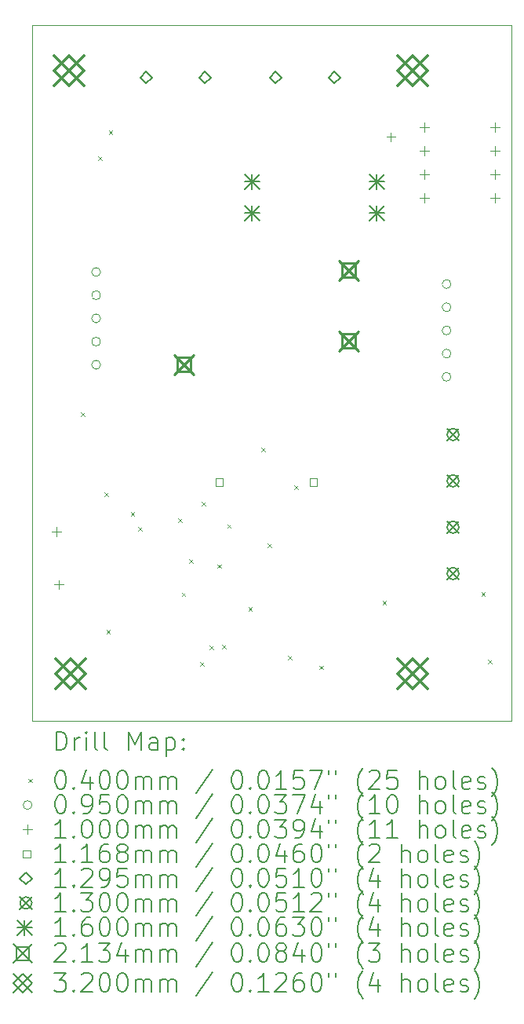
<source format=gbr>
%TF.GenerationSoftware,KiCad,Pcbnew,8.0.2+dfsg-1*%
%TF.CreationDate,2024-06-12T08:49:35-04:00*%
%TF.ProjectId,relay_board,72656c61-795f-4626-9f61-72642e6b6963,rev?*%
%TF.SameCoordinates,Original*%
%TF.FileFunction,Drillmap*%
%TF.FilePolarity,Positive*%
%FSLAX45Y45*%
G04 Gerber Fmt 4.5, Leading zero omitted, Abs format (unit mm)*
G04 Created by KiCad (PCBNEW 8.0.2+dfsg-1) date 2024-06-12 08:49:35*
%MOMM*%
%LPD*%
G01*
G04 APERTURE LIST*
%ADD10C,0.100000*%
%ADD11C,0.200000*%
%ADD12C,0.116840*%
%ADD13C,0.129540*%
%ADD14C,0.130000*%
%ADD15C,0.160020*%
%ADD16C,0.213360*%
%ADD17C,0.320000*%
G04 APERTURE END LIST*
D10*
X13000000Y-14400000D02*
X18171160Y-14401800D01*
X13000000Y-14400000D02*
X13000000Y-6900000D01*
X18171160Y-14401800D02*
X18171160Y-6898640D01*
X13000000Y-6900000D02*
X18171160Y-6898640D01*
D11*
D10*
X13523280Y-11074720D02*
X13563280Y-11114720D01*
X13563280Y-11074720D02*
X13523280Y-11114720D01*
X13711240Y-8316280D02*
X13751240Y-8356280D01*
X13751240Y-8316280D02*
X13711240Y-8356280D01*
X13777280Y-11938320D02*
X13817280Y-11978320D01*
X13817280Y-11938320D02*
X13777280Y-11978320D01*
X13797600Y-13421680D02*
X13837600Y-13461680D01*
X13837600Y-13421680D02*
X13797600Y-13461680D01*
X13823000Y-8036880D02*
X13863000Y-8076880D01*
X13863000Y-8036880D02*
X13823000Y-8076880D01*
X14061760Y-12151680D02*
X14101760Y-12191680D01*
X14101760Y-12151680D02*
X14061760Y-12191680D01*
X14143040Y-12314240D02*
X14183040Y-12354240D01*
X14183040Y-12314240D02*
X14143040Y-12354240D01*
X14574840Y-12222800D02*
X14614840Y-12262800D01*
X14614840Y-12222800D02*
X14574840Y-12262800D01*
X14610400Y-13020360D02*
X14650400Y-13060360D01*
X14650400Y-13020360D02*
X14610400Y-13060360D01*
X14691680Y-12659680D02*
X14731680Y-12699680D01*
X14731680Y-12659680D02*
X14691680Y-12699680D01*
X14808520Y-13772200D02*
X14848520Y-13812200D01*
X14848520Y-13772200D02*
X14808520Y-13812200D01*
X14828840Y-12045000D02*
X14868840Y-12085000D01*
X14868840Y-12045000D02*
X14828840Y-12085000D01*
X14910120Y-13589320D02*
X14950120Y-13629320D01*
X14950120Y-13589320D02*
X14910120Y-13629320D01*
X14996480Y-12715560D02*
X15036480Y-12755560D01*
X15036480Y-12715560D02*
X14996480Y-12755560D01*
X15044740Y-13581700D02*
X15084740Y-13621700D01*
X15084740Y-13581700D02*
X15044740Y-13621700D01*
X15103160Y-12283760D02*
X15143160Y-12323760D01*
X15143160Y-12283760D02*
X15103160Y-12323760D01*
X15331760Y-13177840D02*
X15371760Y-13217840D01*
X15371760Y-13177840D02*
X15331760Y-13217840D01*
X15468920Y-11460800D02*
X15508920Y-11500800D01*
X15508920Y-11460800D02*
X15468920Y-11500800D01*
X15540040Y-12492040D02*
X15580040Y-12532040D01*
X15580040Y-12492040D02*
X15540040Y-12532040D01*
X15758480Y-13701080D02*
X15798480Y-13741080D01*
X15798480Y-13701080D02*
X15758480Y-13741080D01*
X15824520Y-11862120D02*
X15864520Y-11902120D01*
X15864520Y-11862120D02*
X15824520Y-11902120D01*
X16098840Y-13807760D02*
X16138840Y-13847760D01*
X16138840Y-13807760D02*
X16098840Y-13847760D01*
X16779560Y-13106720D02*
X16819560Y-13146720D01*
X16819560Y-13106720D02*
X16779560Y-13146720D01*
X17846360Y-13015280D02*
X17886360Y-13055280D01*
X17886360Y-13015280D02*
X17846360Y-13055280D01*
X17917480Y-13741720D02*
X17957480Y-13781720D01*
X17957480Y-13741720D02*
X17917480Y-13781720D01*
X13735140Y-9563480D02*
G75*
G02*
X13640140Y-9563480I-47500J0D01*
G01*
X13640140Y-9563480D02*
G75*
G02*
X13735140Y-9563480I47500J0D01*
G01*
X13735140Y-9813480D02*
G75*
G02*
X13640140Y-9813480I-47500J0D01*
G01*
X13640140Y-9813480D02*
G75*
G02*
X13735140Y-9813480I47500J0D01*
G01*
X13735140Y-10063480D02*
G75*
G02*
X13640140Y-10063480I-47500J0D01*
G01*
X13640140Y-10063480D02*
G75*
G02*
X13735140Y-10063480I47500J0D01*
G01*
X13735140Y-10313480D02*
G75*
G02*
X13640140Y-10313480I-47500J0D01*
G01*
X13640140Y-10313480D02*
G75*
G02*
X13735140Y-10313480I47500J0D01*
G01*
X13735140Y-10563480D02*
G75*
G02*
X13640140Y-10563480I-47500J0D01*
G01*
X13640140Y-10563480D02*
G75*
G02*
X13735140Y-10563480I47500J0D01*
G01*
X17517620Y-9693400D02*
G75*
G02*
X17422620Y-9693400I-47500J0D01*
G01*
X17422620Y-9693400D02*
G75*
G02*
X17517620Y-9693400I47500J0D01*
G01*
X17517620Y-9943400D02*
G75*
G02*
X17422620Y-9943400I-47500J0D01*
G01*
X17422620Y-9943400D02*
G75*
G02*
X17517620Y-9943400I47500J0D01*
G01*
X17517620Y-10193400D02*
G75*
G02*
X17422620Y-10193400I-47500J0D01*
G01*
X17422620Y-10193400D02*
G75*
G02*
X17517620Y-10193400I47500J0D01*
G01*
X17517620Y-10443400D02*
G75*
G02*
X17422620Y-10443400I-47500J0D01*
G01*
X17422620Y-10443400D02*
G75*
G02*
X17517620Y-10443400I47500J0D01*
G01*
X17517620Y-10693400D02*
G75*
G02*
X17422620Y-10693400I-47500J0D01*
G01*
X17422620Y-10693400D02*
G75*
G02*
X17517620Y-10693400I47500J0D01*
G01*
X13258800Y-12314720D02*
X13258800Y-12414720D01*
X13208800Y-12364720D02*
X13308800Y-12364720D01*
X13284200Y-12883680D02*
X13284200Y-12983680D01*
X13234200Y-12933680D02*
X13334200Y-12933680D01*
X16870680Y-8057680D02*
X16870680Y-8157680D01*
X16820680Y-8107680D02*
X16920680Y-8107680D01*
X17231360Y-7952000D02*
X17231360Y-8052000D01*
X17181360Y-8002000D02*
X17281360Y-8002000D01*
X17231360Y-8206000D02*
X17231360Y-8306000D01*
X17181360Y-8256000D02*
X17281360Y-8256000D01*
X17231360Y-8460000D02*
X17231360Y-8560000D01*
X17181360Y-8510000D02*
X17281360Y-8510000D01*
X17231360Y-8714000D02*
X17231360Y-8814000D01*
X17181360Y-8764000D02*
X17281360Y-8764000D01*
X17993360Y-7952000D02*
X17993360Y-8052000D01*
X17943360Y-8002000D02*
X18043360Y-8002000D01*
X17993360Y-8206000D02*
X17993360Y-8306000D01*
X17943360Y-8256000D02*
X18043360Y-8256000D01*
X17993360Y-8460000D02*
X17993360Y-8560000D01*
X17943360Y-8510000D02*
X18043360Y-8510000D01*
X17993360Y-8714000D02*
X17993360Y-8814000D01*
X17943360Y-8764000D02*
X18043360Y-8764000D01*
D12*
X15057790Y-11872630D02*
X15057790Y-11790010D01*
X14975170Y-11790010D01*
X14975170Y-11872630D01*
X15057790Y-11872630D01*
X16073790Y-11872630D02*
X16073790Y-11790010D01*
X15991170Y-11790010D01*
X15991170Y-11872630D01*
X16073790Y-11872630D01*
D13*
X14226540Y-7532470D02*
X14291310Y-7467700D01*
X14226540Y-7402930D01*
X14161770Y-7467700D01*
X14226540Y-7532470D01*
X14861540Y-7532470D02*
X14926310Y-7467700D01*
X14861540Y-7402930D01*
X14796770Y-7467700D01*
X14861540Y-7532470D01*
X15623540Y-7532470D02*
X15688310Y-7467700D01*
X15623540Y-7402930D01*
X15558770Y-7467700D01*
X15623540Y-7532470D01*
X16258540Y-7532470D02*
X16323310Y-7467700D01*
X16258540Y-7402930D01*
X16193770Y-7467700D01*
X16258540Y-7532470D01*
D14*
X17474500Y-11250000D02*
X17604500Y-11380000D01*
X17604500Y-11250000D02*
X17474500Y-11380000D01*
X17604500Y-11315000D02*
G75*
G02*
X17474500Y-11315000I-65000J0D01*
G01*
X17474500Y-11315000D02*
G75*
G02*
X17604500Y-11315000I65000J0D01*
G01*
X17474500Y-11750000D02*
X17604500Y-11880000D01*
X17604500Y-11750000D02*
X17474500Y-11880000D01*
X17604500Y-11815000D02*
G75*
G02*
X17474500Y-11815000I-65000J0D01*
G01*
X17474500Y-11815000D02*
G75*
G02*
X17604500Y-11815000I65000J0D01*
G01*
X17474500Y-12250000D02*
X17604500Y-12380000D01*
X17604500Y-12250000D02*
X17474500Y-12380000D01*
X17604500Y-12315000D02*
G75*
G02*
X17474500Y-12315000I-65000J0D01*
G01*
X17474500Y-12315000D02*
G75*
G02*
X17604500Y-12315000I65000J0D01*
G01*
X17474500Y-12750000D02*
X17604500Y-12880000D01*
X17604500Y-12750000D02*
X17474500Y-12880000D01*
X17604500Y-12815000D02*
G75*
G02*
X17474500Y-12815000I-65000J0D01*
G01*
X17474500Y-12815000D02*
G75*
G02*
X17604500Y-12815000I65000J0D01*
G01*
D15*
X15289530Y-8507730D02*
X15449550Y-8667750D01*
X15449550Y-8507730D02*
X15289530Y-8667750D01*
X15369540Y-8507730D02*
X15369540Y-8667750D01*
X15289530Y-8587740D02*
X15449550Y-8587740D01*
X15289530Y-8848090D02*
X15449550Y-9008110D01*
X15449550Y-8848090D02*
X15289530Y-9008110D01*
X15369540Y-8848090D02*
X15369540Y-9008110D01*
X15289530Y-8928100D02*
X15449550Y-8928100D01*
X16635730Y-8507730D02*
X16795750Y-8667750D01*
X16795750Y-8507730D02*
X16635730Y-8667750D01*
X16715740Y-8507730D02*
X16715740Y-8667750D01*
X16635730Y-8587740D02*
X16795750Y-8587740D01*
X16635730Y-8848090D02*
X16795750Y-9008110D01*
X16795750Y-8848090D02*
X16635730Y-9008110D01*
X16715740Y-8848090D02*
X16715740Y-9008110D01*
X16635730Y-8928100D02*
X16795750Y-8928100D01*
D16*
X14528800Y-10454640D02*
X14742160Y-10668000D01*
X14742160Y-10454640D02*
X14528800Y-10668000D01*
X14710915Y-10636755D02*
X14710915Y-10485885D01*
X14560045Y-10485885D01*
X14560045Y-10636755D01*
X14710915Y-10636755D01*
X16306800Y-9438640D02*
X16520160Y-9652000D01*
X16520160Y-9438640D02*
X16306800Y-9652000D01*
X16488915Y-9620755D02*
X16488915Y-9469885D01*
X16338045Y-9469885D01*
X16338045Y-9620755D01*
X16488915Y-9620755D01*
X16306800Y-10200640D02*
X16520160Y-10414000D01*
X16520160Y-10200640D02*
X16306800Y-10414000D01*
X16488915Y-10382755D02*
X16488915Y-10231885D01*
X16338045Y-10231885D01*
X16338045Y-10382755D01*
X16488915Y-10382755D01*
D17*
X13238500Y-7231400D02*
X13558500Y-7551400D01*
X13558500Y-7231400D02*
X13238500Y-7551400D01*
X13398500Y-7551400D02*
X13558500Y-7391400D01*
X13398500Y-7231400D01*
X13238500Y-7391400D01*
X13398500Y-7551400D01*
X13251200Y-13733800D02*
X13571200Y-14053800D01*
X13571200Y-13733800D02*
X13251200Y-14053800D01*
X13411200Y-14053800D02*
X13571200Y-13893800D01*
X13411200Y-13733800D01*
X13251200Y-13893800D01*
X13411200Y-14053800D01*
X16946900Y-7231400D02*
X17266900Y-7551400D01*
X17266900Y-7231400D02*
X16946900Y-7551400D01*
X17106900Y-7551400D02*
X17266900Y-7391400D01*
X17106900Y-7231400D01*
X16946900Y-7391400D01*
X17106900Y-7551400D01*
X16946900Y-13733800D02*
X17266900Y-14053800D01*
X17266900Y-13733800D02*
X16946900Y-14053800D01*
X17106900Y-14053800D02*
X17266900Y-13893800D01*
X17106900Y-13733800D01*
X16946900Y-13893800D01*
X17106900Y-14053800D01*
D11*
X13255777Y-14718284D02*
X13255777Y-14518284D01*
X13255777Y-14518284D02*
X13303396Y-14518284D01*
X13303396Y-14518284D02*
X13331967Y-14527808D01*
X13331967Y-14527808D02*
X13351015Y-14546855D01*
X13351015Y-14546855D02*
X13360539Y-14565903D01*
X13360539Y-14565903D02*
X13370062Y-14603998D01*
X13370062Y-14603998D02*
X13370062Y-14632569D01*
X13370062Y-14632569D02*
X13360539Y-14670665D01*
X13360539Y-14670665D02*
X13351015Y-14689712D01*
X13351015Y-14689712D02*
X13331967Y-14708760D01*
X13331967Y-14708760D02*
X13303396Y-14718284D01*
X13303396Y-14718284D02*
X13255777Y-14718284D01*
X13455777Y-14718284D02*
X13455777Y-14584950D01*
X13455777Y-14623046D02*
X13465301Y-14603998D01*
X13465301Y-14603998D02*
X13474824Y-14594474D01*
X13474824Y-14594474D02*
X13493872Y-14584950D01*
X13493872Y-14584950D02*
X13512920Y-14584950D01*
X13579586Y-14718284D02*
X13579586Y-14584950D01*
X13579586Y-14518284D02*
X13570062Y-14527808D01*
X13570062Y-14527808D02*
X13579586Y-14537331D01*
X13579586Y-14537331D02*
X13589110Y-14527808D01*
X13589110Y-14527808D02*
X13579586Y-14518284D01*
X13579586Y-14518284D02*
X13579586Y-14537331D01*
X13703396Y-14718284D02*
X13684348Y-14708760D01*
X13684348Y-14708760D02*
X13674824Y-14689712D01*
X13674824Y-14689712D02*
X13674824Y-14518284D01*
X13808158Y-14718284D02*
X13789110Y-14708760D01*
X13789110Y-14708760D02*
X13779586Y-14689712D01*
X13779586Y-14689712D02*
X13779586Y-14518284D01*
X14036729Y-14718284D02*
X14036729Y-14518284D01*
X14036729Y-14518284D02*
X14103396Y-14661141D01*
X14103396Y-14661141D02*
X14170062Y-14518284D01*
X14170062Y-14518284D02*
X14170062Y-14718284D01*
X14351015Y-14718284D02*
X14351015Y-14613522D01*
X14351015Y-14613522D02*
X14341491Y-14594474D01*
X14341491Y-14594474D02*
X14322443Y-14584950D01*
X14322443Y-14584950D02*
X14284348Y-14584950D01*
X14284348Y-14584950D02*
X14265301Y-14594474D01*
X14351015Y-14708760D02*
X14331967Y-14718284D01*
X14331967Y-14718284D02*
X14284348Y-14718284D01*
X14284348Y-14718284D02*
X14265301Y-14708760D01*
X14265301Y-14708760D02*
X14255777Y-14689712D01*
X14255777Y-14689712D02*
X14255777Y-14670665D01*
X14255777Y-14670665D02*
X14265301Y-14651617D01*
X14265301Y-14651617D02*
X14284348Y-14642093D01*
X14284348Y-14642093D02*
X14331967Y-14642093D01*
X14331967Y-14642093D02*
X14351015Y-14632569D01*
X14446253Y-14584950D02*
X14446253Y-14784950D01*
X14446253Y-14594474D02*
X14465301Y-14584950D01*
X14465301Y-14584950D02*
X14503396Y-14584950D01*
X14503396Y-14584950D02*
X14522443Y-14594474D01*
X14522443Y-14594474D02*
X14531967Y-14603998D01*
X14531967Y-14603998D02*
X14541491Y-14623046D01*
X14541491Y-14623046D02*
X14541491Y-14680188D01*
X14541491Y-14680188D02*
X14531967Y-14699236D01*
X14531967Y-14699236D02*
X14522443Y-14708760D01*
X14522443Y-14708760D02*
X14503396Y-14718284D01*
X14503396Y-14718284D02*
X14465301Y-14718284D01*
X14465301Y-14718284D02*
X14446253Y-14708760D01*
X14627205Y-14699236D02*
X14636729Y-14708760D01*
X14636729Y-14708760D02*
X14627205Y-14718284D01*
X14627205Y-14718284D02*
X14617682Y-14708760D01*
X14617682Y-14708760D02*
X14627205Y-14699236D01*
X14627205Y-14699236D02*
X14627205Y-14718284D01*
X14627205Y-14594474D02*
X14636729Y-14603998D01*
X14636729Y-14603998D02*
X14627205Y-14613522D01*
X14627205Y-14613522D02*
X14617682Y-14603998D01*
X14617682Y-14603998D02*
X14627205Y-14594474D01*
X14627205Y-14594474D02*
X14627205Y-14613522D01*
D10*
X12955000Y-15026800D02*
X12995000Y-15066800D01*
X12995000Y-15026800D02*
X12955000Y-15066800D01*
D11*
X13293872Y-14938284D02*
X13312920Y-14938284D01*
X13312920Y-14938284D02*
X13331967Y-14947808D01*
X13331967Y-14947808D02*
X13341491Y-14957331D01*
X13341491Y-14957331D02*
X13351015Y-14976379D01*
X13351015Y-14976379D02*
X13360539Y-15014474D01*
X13360539Y-15014474D02*
X13360539Y-15062093D01*
X13360539Y-15062093D02*
X13351015Y-15100188D01*
X13351015Y-15100188D02*
X13341491Y-15119236D01*
X13341491Y-15119236D02*
X13331967Y-15128760D01*
X13331967Y-15128760D02*
X13312920Y-15138284D01*
X13312920Y-15138284D02*
X13293872Y-15138284D01*
X13293872Y-15138284D02*
X13274824Y-15128760D01*
X13274824Y-15128760D02*
X13265301Y-15119236D01*
X13265301Y-15119236D02*
X13255777Y-15100188D01*
X13255777Y-15100188D02*
X13246253Y-15062093D01*
X13246253Y-15062093D02*
X13246253Y-15014474D01*
X13246253Y-15014474D02*
X13255777Y-14976379D01*
X13255777Y-14976379D02*
X13265301Y-14957331D01*
X13265301Y-14957331D02*
X13274824Y-14947808D01*
X13274824Y-14947808D02*
X13293872Y-14938284D01*
X13446253Y-15119236D02*
X13455777Y-15128760D01*
X13455777Y-15128760D02*
X13446253Y-15138284D01*
X13446253Y-15138284D02*
X13436729Y-15128760D01*
X13436729Y-15128760D02*
X13446253Y-15119236D01*
X13446253Y-15119236D02*
X13446253Y-15138284D01*
X13627205Y-15004950D02*
X13627205Y-15138284D01*
X13579586Y-14928760D02*
X13531967Y-15071617D01*
X13531967Y-15071617D02*
X13655777Y-15071617D01*
X13770062Y-14938284D02*
X13789110Y-14938284D01*
X13789110Y-14938284D02*
X13808158Y-14947808D01*
X13808158Y-14947808D02*
X13817682Y-14957331D01*
X13817682Y-14957331D02*
X13827205Y-14976379D01*
X13827205Y-14976379D02*
X13836729Y-15014474D01*
X13836729Y-15014474D02*
X13836729Y-15062093D01*
X13836729Y-15062093D02*
X13827205Y-15100188D01*
X13827205Y-15100188D02*
X13817682Y-15119236D01*
X13817682Y-15119236D02*
X13808158Y-15128760D01*
X13808158Y-15128760D02*
X13789110Y-15138284D01*
X13789110Y-15138284D02*
X13770062Y-15138284D01*
X13770062Y-15138284D02*
X13751015Y-15128760D01*
X13751015Y-15128760D02*
X13741491Y-15119236D01*
X13741491Y-15119236D02*
X13731967Y-15100188D01*
X13731967Y-15100188D02*
X13722443Y-15062093D01*
X13722443Y-15062093D02*
X13722443Y-15014474D01*
X13722443Y-15014474D02*
X13731967Y-14976379D01*
X13731967Y-14976379D02*
X13741491Y-14957331D01*
X13741491Y-14957331D02*
X13751015Y-14947808D01*
X13751015Y-14947808D02*
X13770062Y-14938284D01*
X13960539Y-14938284D02*
X13979586Y-14938284D01*
X13979586Y-14938284D02*
X13998634Y-14947808D01*
X13998634Y-14947808D02*
X14008158Y-14957331D01*
X14008158Y-14957331D02*
X14017682Y-14976379D01*
X14017682Y-14976379D02*
X14027205Y-15014474D01*
X14027205Y-15014474D02*
X14027205Y-15062093D01*
X14027205Y-15062093D02*
X14017682Y-15100188D01*
X14017682Y-15100188D02*
X14008158Y-15119236D01*
X14008158Y-15119236D02*
X13998634Y-15128760D01*
X13998634Y-15128760D02*
X13979586Y-15138284D01*
X13979586Y-15138284D02*
X13960539Y-15138284D01*
X13960539Y-15138284D02*
X13941491Y-15128760D01*
X13941491Y-15128760D02*
X13931967Y-15119236D01*
X13931967Y-15119236D02*
X13922443Y-15100188D01*
X13922443Y-15100188D02*
X13912920Y-15062093D01*
X13912920Y-15062093D02*
X13912920Y-15014474D01*
X13912920Y-15014474D02*
X13922443Y-14976379D01*
X13922443Y-14976379D02*
X13931967Y-14957331D01*
X13931967Y-14957331D02*
X13941491Y-14947808D01*
X13941491Y-14947808D02*
X13960539Y-14938284D01*
X14112920Y-15138284D02*
X14112920Y-15004950D01*
X14112920Y-15023998D02*
X14122443Y-15014474D01*
X14122443Y-15014474D02*
X14141491Y-15004950D01*
X14141491Y-15004950D02*
X14170063Y-15004950D01*
X14170063Y-15004950D02*
X14189110Y-15014474D01*
X14189110Y-15014474D02*
X14198634Y-15033522D01*
X14198634Y-15033522D02*
X14198634Y-15138284D01*
X14198634Y-15033522D02*
X14208158Y-15014474D01*
X14208158Y-15014474D02*
X14227205Y-15004950D01*
X14227205Y-15004950D02*
X14255777Y-15004950D01*
X14255777Y-15004950D02*
X14274824Y-15014474D01*
X14274824Y-15014474D02*
X14284348Y-15033522D01*
X14284348Y-15033522D02*
X14284348Y-15138284D01*
X14379586Y-15138284D02*
X14379586Y-15004950D01*
X14379586Y-15023998D02*
X14389110Y-15014474D01*
X14389110Y-15014474D02*
X14408158Y-15004950D01*
X14408158Y-15004950D02*
X14436729Y-15004950D01*
X14436729Y-15004950D02*
X14455777Y-15014474D01*
X14455777Y-15014474D02*
X14465301Y-15033522D01*
X14465301Y-15033522D02*
X14465301Y-15138284D01*
X14465301Y-15033522D02*
X14474824Y-15014474D01*
X14474824Y-15014474D02*
X14493872Y-15004950D01*
X14493872Y-15004950D02*
X14522443Y-15004950D01*
X14522443Y-15004950D02*
X14541491Y-15014474D01*
X14541491Y-15014474D02*
X14551015Y-15033522D01*
X14551015Y-15033522D02*
X14551015Y-15138284D01*
X14941491Y-14928760D02*
X14770063Y-15185903D01*
X15198634Y-14938284D02*
X15217682Y-14938284D01*
X15217682Y-14938284D02*
X15236729Y-14947808D01*
X15236729Y-14947808D02*
X15246253Y-14957331D01*
X15246253Y-14957331D02*
X15255777Y-14976379D01*
X15255777Y-14976379D02*
X15265301Y-15014474D01*
X15265301Y-15014474D02*
X15265301Y-15062093D01*
X15265301Y-15062093D02*
X15255777Y-15100188D01*
X15255777Y-15100188D02*
X15246253Y-15119236D01*
X15246253Y-15119236D02*
X15236729Y-15128760D01*
X15236729Y-15128760D02*
X15217682Y-15138284D01*
X15217682Y-15138284D02*
X15198634Y-15138284D01*
X15198634Y-15138284D02*
X15179586Y-15128760D01*
X15179586Y-15128760D02*
X15170063Y-15119236D01*
X15170063Y-15119236D02*
X15160539Y-15100188D01*
X15160539Y-15100188D02*
X15151015Y-15062093D01*
X15151015Y-15062093D02*
X15151015Y-15014474D01*
X15151015Y-15014474D02*
X15160539Y-14976379D01*
X15160539Y-14976379D02*
X15170063Y-14957331D01*
X15170063Y-14957331D02*
X15179586Y-14947808D01*
X15179586Y-14947808D02*
X15198634Y-14938284D01*
X15351015Y-15119236D02*
X15360539Y-15128760D01*
X15360539Y-15128760D02*
X15351015Y-15138284D01*
X15351015Y-15138284D02*
X15341491Y-15128760D01*
X15341491Y-15128760D02*
X15351015Y-15119236D01*
X15351015Y-15119236D02*
X15351015Y-15138284D01*
X15484348Y-14938284D02*
X15503396Y-14938284D01*
X15503396Y-14938284D02*
X15522444Y-14947808D01*
X15522444Y-14947808D02*
X15531967Y-14957331D01*
X15531967Y-14957331D02*
X15541491Y-14976379D01*
X15541491Y-14976379D02*
X15551015Y-15014474D01*
X15551015Y-15014474D02*
X15551015Y-15062093D01*
X15551015Y-15062093D02*
X15541491Y-15100188D01*
X15541491Y-15100188D02*
X15531967Y-15119236D01*
X15531967Y-15119236D02*
X15522444Y-15128760D01*
X15522444Y-15128760D02*
X15503396Y-15138284D01*
X15503396Y-15138284D02*
X15484348Y-15138284D01*
X15484348Y-15138284D02*
X15465301Y-15128760D01*
X15465301Y-15128760D02*
X15455777Y-15119236D01*
X15455777Y-15119236D02*
X15446253Y-15100188D01*
X15446253Y-15100188D02*
X15436729Y-15062093D01*
X15436729Y-15062093D02*
X15436729Y-15014474D01*
X15436729Y-15014474D02*
X15446253Y-14976379D01*
X15446253Y-14976379D02*
X15455777Y-14957331D01*
X15455777Y-14957331D02*
X15465301Y-14947808D01*
X15465301Y-14947808D02*
X15484348Y-14938284D01*
X15741491Y-15138284D02*
X15627206Y-15138284D01*
X15684348Y-15138284D02*
X15684348Y-14938284D01*
X15684348Y-14938284D02*
X15665301Y-14966855D01*
X15665301Y-14966855D02*
X15646253Y-14985903D01*
X15646253Y-14985903D02*
X15627206Y-14995427D01*
X15922444Y-14938284D02*
X15827206Y-14938284D01*
X15827206Y-14938284D02*
X15817682Y-15033522D01*
X15817682Y-15033522D02*
X15827206Y-15023998D01*
X15827206Y-15023998D02*
X15846253Y-15014474D01*
X15846253Y-15014474D02*
X15893872Y-15014474D01*
X15893872Y-15014474D02*
X15912920Y-15023998D01*
X15912920Y-15023998D02*
X15922444Y-15033522D01*
X15922444Y-15033522D02*
X15931967Y-15052569D01*
X15931967Y-15052569D02*
X15931967Y-15100188D01*
X15931967Y-15100188D02*
X15922444Y-15119236D01*
X15922444Y-15119236D02*
X15912920Y-15128760D01*
X15912920Y-15128760D02*
X15893872Y-15138284D01*
X15893872Y-15138284D02*
X15846253Y-15138284D01*
X15846253Y-15138284D02*
X15827206Y-15128760D01*
X15827206Y-15128760D02*
X15817682Y-15119236D01*
X15998634Y-14938284D02*
X16131967Y-14938284D01*
X16131967Y-14938284D02*
X16046253Y-15138284D01*
X16198634Y-14938284D02*
X16198634Y-14976379D01*
X16274825Y-14938284D02*
X16274825Y-14976379D01*
X16570063Y-15214474D02*
X16560539Y-15204950D01*
X16560539Y-15204950D02*
X16541491Y-15176379D01*
X16541491Y-15176379D02*
X16531968Y-15157331D01*
X16531968Y-15157331D02*
X16522444Y-15128760D01*
X16522444Y-15128760D02*
X16512920Y-15081141D01*
X16512920Y-15081141D02*
X16512920Y-15043046D01*
X16512920Y-15043046D02*
X16522444Y-14995427D01*
X16522444Y-14995427D02*
X16531968Y-14966855D01*
X16531968Y-14966855D02*
X16541491Y-14947808D01*
X16541491Y-14947808D02*
X16560539Y-14919236D01*
X16560539Y-14919236D02*
X16570063Y-14909712D01*
X16636729Y-14957331D02*
X16646253Y-14947808D01*
X16646253Y-14947808D02*
X16665301Y-14938284D01*
X16665301Y-14938284D02*
X16712920Y-14938284D01*
X16712920Y-14938284D02*
X16731968Y-14947808D01*
X16731968Y-14947808D02*
X16741491Y-14957331D01*
X16741491Y-14957331D02*
X16751015Y-14976379D01*
X16751015Y-14976379D02*
X16751015Y-14995427D01*
X16751015Y-14995427D02*
X16741491Y-15023998D01*
X16741491Y-15023998D02*
X16627206Y-15138284D01*
X16627206Y-15138284D02*
X16751015Y-15138284D01*
X16931968Y-14938284D02*
X16836730Y-14938284D01*
X16836730Y-14938284D02*
X16827206Y-15033522D01*
X16827206Y-15033522D02*
X16836730Y-15023998D01*
X16836730Y-15023998D02*
X16855777Y-15014474D01*
X16855777Y-15014474D02*
X16903396Y-15014474D01*
X16903396Y-15014474D02*
X16922444Y-15023998D01*
X16922444Y-15023998D02*
X16931968Y-15033522D01*
X16931968Y-15033522D02*
X16941491Y-15052569D01*
X16941491Y-15052569D02*
X16941491Y-15100188D01*
X16941491Y-15100188D02*
X16931968Y-15119236D01*
X16931968Y-15119236D02*
X16922444Y-15128760D01*
X16922444Y-15128760D02*
X16903396Y-15138284D01*
X16903396Y-15138284D02*
X16855777Y-15138284D01*
X16855777Y-15138284D02*
X16836730Y-15128760D01*
X16836730Y-15128760D02*
X16827206Y-15119236D01*
X17179587Y-15138284D02*
X17179587Y-14938284D01*
X17265301Y-15138284D02*
X17265301Y-15033522D01*
X17265301Y-15033522D02*
X17255777Y-15014474D01*
X17255777Y-15014474D02*
X17236730Y-15004950D01*
X17236730Y-15004950D02*
X17208158Y-15004950D01*
X17208158Y-15004950D02*
X17189111Y-15014474D01*
X17189111Y-15014474D02*
X17179587Y-15023998D01*
X17389111Y-15138284D02*
X17370063Y-15128760D01*
X17370063Y-15128760D02*
X17360539Y-15119236D01*
X17360539Y-15119236D02*
X17351015Y-15100188D01*
X17351015Y-15100188D02*
X17351015Y-15043046D01*
X17351015Y-15043046D02*
X17360539Y-15023998D01*
X17360539Y-15023998D02*
X17370063Y-15014474D01*
X17370063Y-15014474D02*
X17389111Y-15004950D01*
X17389111Y-15004950D02*
X17417682Y-15004950D01*
X17417682Y-15004950D02*
X17436730Y-15014474D01*
X17436730Y-15014474D02*
X17446253Y-15023998D01*
X17446253Y-15023998D02*
X17455777Y-15043046D01*
X17455777Y-15043046D02*
X17455777Y-15100188D01*
X17455777Y-15100188D02*
X17446253Y-15119236D01*
X17446253Y-15119236D02*
X17436730Y-15128760D01*
X17436730Y-15128760D02*
X17417682Y-15138284D01*
X17417682Y-15138284D02*
X17389111Y-15138284D01*
X17570063Y-15138284D02*
X17551015Y-15128760D01*
X17551015Y-15128760D02*
X17541492Y-15109712D01*
X17541492Y-15109712D02*
X17541492Y-14938284D01*
X17722444Y-15128760D02*
X17703396Y-15138284D01*
X17703396Y-15138284D02*
X17665301Y-15138284D01*
X17665301Y-15138284D02*
X17646253Y-15128760D01*
X17646253Y-15128760D02*
X17636730Y-15109712D01*
X17636730Y-15109712D02*
X17636730Y-15033522D01*
X17636730Y-15033522D02*
X17646253Y-15014474D01*
X17646253Y-15014474D02*
X17665301Y-15004950D01*
X17665301Y-15004950D02*
X17703396Y-15004950D01*
X17703396Y-15004950D02*
X17722444Y-15014474D01*
X17722444Y-15014474D02*
X17731968Y-15033522D01*
X17731968Y-15033522D02*
X17731968Y-15052569D01*
X17731968Y-15052569D02*
X17636730Y-15071617D01*
X17808158Y-15128760D02*
X17827206Y-15138284D01*
X17827206Y-15138284D02*
X17865301Y-15138284D01*
X17865301Y-15138284D02*
X17884349Y-15128760D01*
X17884349Y-15128760D02*
X17893873Y-15109712D01*
X17893873Y-15109712D02*
X17893873Y-15100188D01*
X17893873Y-15100188D02*
X17884349Y-15081141D01*
X17884349Y-15081141D02*
X17865301Y-15071617D01*
X17865301Y-15071617D02*
X17836730Y-15071617D01*
X17836730Y-15071617D02*
X17817682Y-15062093D01*
X17817682Y-15062093D02*
X17808158Y-15043046D01*
X17808158Y-15043046D02*
X17808158Y-15033522D01*
X17808158Y-15033522D02*
X17817682Y-15014474D01*
X17817682Y-15014474D02*
X17836730Y-15004950D01*
X17836730Y-15004950D02*
X17865301Y-15004950D01*
X17865301Y-15004950D02*
X17884349Y-15014474D01*
X17960539Y-15214474D02*
X17970063Y-15204950D01*
X17970063Y-15204950D02*
X17989111Y-15176379D01*
X17989111Y-15176379D02*
X17998634Y-15157331D01*
X17998634Y-15157331D02*
X18008158Y-15128760D01*
X18008158Y-15128760D02*
X18017682Y-15081141D01*
X18017682Y-15081141D02*
X18017682Y-15043046D01*
X18017682Y-15043046D02*
X18008158Y-14995427D01*
X18008158Y-14995427D02*
X17998634Y-14966855D01*
X17998634Y-14966855D02*
X17989111Y-14947808D01*
X17989111Y-14947808D02*
X17970063Y-14919236D01*
X17970063Y-14919236D02*
X17960539Y-14909712D01*
D10*
X12995000Y-15310800D02*
G75*
G02*
X12900000Y-15310800I-47500J0D01*
G01*
X12900000Y-15310800D02*
G75*
G02*
X12995000Y-15310800I47500J0D01*
G01*
D11*
X13293872Y-15202284D02*
X13312920Y-15202284D01*
X13312920Y-15202284D02*
X13331967Y-15211808D01*
X13331967Y-15211808D02*
X13341491Y-15221331D01*
X13341491Y-15221331D02*
X13351015Y-15240379D01*
X13351015Y-15240379D02*
X13360539Y-15278474D01*
X13360539Y-15278474D02*
X13360539Y-15326093D01*
X13360539Y-15326093D02*
X13351015Y-15364188D01*
X13351015Y-15364188D02*
X13341491Y-15383236D01*
X13341491Y-15383236D02*
X13331967Y-15392760D01*
X13331967Y-15392760D02*
X13312920Y-15402284D01*
X13312920Y-15402284D02*
X13293872Y-15402284D01*
X13293872Y-15402284D02*
X13274824Y-15392760D01*
X13274824Y-15392760D02*
X13265301Y-15383236D01*
X13265301Y-15383236D02*
X13255777Y-15364188D01*
X13255777Y-15364188D02*
X13246253Y-15326093D01*
X13246253Y-15326093D02*
X13246253Y-15278474D01*
X13246253Y-15278474D02*
X13255777Y-15240379D01*
X13255777Y-15240379D02*
X13265301Y-15221331D01*
X13265301Y-15221331D02*
X13274824Y-15211808D01*
X13274824Y-15211808D02*
X13293872Y-15202284D01*
X13446253Y-15383236D02*
X13455777Y-15392760D01*
X13455777Y-15392760D02*
X13446253Y-15402284D01*
X13446253Y-15402284D02*
X13436729Y-15392760D01*
X13436729Y-15392760D02*
X13446253Y-15383236D01*
X13446253Y-15383236D02*
X13446253Y-15402284D01*
X13551015Y-15402284D02*
X13589110Y-15402284D01*
X13589110Y-15402284D02*
X13608158Y-15392760D01*
X13608158Y-15392760D02*
X13617682Y-15383236D01*
X13617682Y-15383236D02*
X13636729Y-15354665D01*
X13636729Y-15354665D02*
X13646253Y-15316569D01*
X13646253Y-15316569D02*
X13646253Y-15240379D01*
X13646253Y-15240379D02*
X13636729Y-15221331D01*
X13636729Y-15221331D02*
X13627205Y-15211808D01*
X13627205Y-15211808D02*
X13608158Y-15202284D01*
X13608158Y-15202284D02*
X13570062Y-15202284D01*
X13570062Y-15202284D02*
X13551015Y-15211808D01*
X13551015Y-15211808D02*
X13541491Y-15221331D01*
X13541491Y-15221331D02*
X13531967Y-15240379D01*
X13531967Y-15240379D02*
X13531967Y-15287998D01*
X13531967Y-15287998D02*
X13541491Y-15307046D01*
X13541491Y-15307046D02*
X13551015Y-15316569D01*
X13551015Y-15316569D02*
X13570062Y-15326093D01*
X13570062Y-15326093D02*
X13608158Y-15326093D01*
X13608158Y-15326093D02*
X13627205Y-15316569D01*
X13627205Y-15316569D02*
X13636729Y-15307046D01*
X13636729Y-15307046D02*
X13646253Y-15287998D01*
X13827205Y-15202284D02*
X13731967Y-15202284D01*
X13731967Y-15202284D02*
X13722443Y-15297522D01*
X13722443Y-15297522D02*
X13731967Y-15287998D01*
X13731967Y-15287998D02*
X13751015Y-15278474D01*
X13751015Y-15278474D02*
X13798634Y-15278474D01*
X13798634Y-15278474D02*
X13817682Y-15287998D01*
X13817682Y-15287998D02*
X13827205Y-15297522D01*
X13827205Y-15297522D02*
X13836729Y-15316569D01*
X13836729Y-15316569D02*
X13836729Y-15364188D01*
X13836729Y-15364188D02*
X13827205Y-15383236D01*
X13827205Y-15383236D02*
X13817682Y-15392760D01*
X13817682Y-15392760D02*
X13798634Y-15402284D01*
X13798634Y-15402284D02*
X13751015Y-15402284D01*
X13751015Y-15402284D02*
X13731967Y-15392760D01*
X13731967Y-15392760D02*
X13722443Y-15383236D01*
X13960539Y-15202284D02*
X13979586Y-15202284D01*
X13979586Y-15202284D02*
X13998634Y-15211808D01*
X13998634Y-15211808D02*
X14008158Y-15221331D01*
X14008158Y-15221331D02*
X14017682Y-15240379D01*
X14017682Y-15240379D02*
X14027205Y-15278474D01*
X14027205Y-15278474D02*
X14027205Y-15326093D01*
X14027205Y-15326093D02*
X14017682Y-15364188D01*
X14017682Y-15364188D02*
X14008158Y-15383236D01*
X14008158Y-15383236D02*
X13998634Y-15392760D01*
X13998634Y-15392760D02*
X13979586Y-15402284D01*
X13979586Y-15402284D02*
X13960539Y-15402284D01*
X13960539Y-15402284D02*
X13941491Y-15392760D01*
X13941491Y-15392760D02*
X13931967Y-15383236D01*
X13931967Y-15383236D02*
X13922443Y-15364188D01*
X13922443Y-15364188D02*
X13912920Y-15326093D01*
X13912920Y-15326093D02*
X13912920Y-15278474D01*
X13912920Y-15278474D02*
X13922443Y-15240379D01*
X13922443Y-15240379D02*
X13931967Y-15221331D01*
X13931967Y-15221331D02*
X13941491Y-15211808D01*
X13941491Y-15211808D02*
X13960539Y-15202284D01*
X14112920Y-15402284D02*
X14112920Y-15268950D01*
X14112920Y-15287998D02*
X14122443Y-15278474D01*
X14122443Y-15278474D02*
X14141491Y-15268950D01*
X14141491Y-15268950D02*
X14170063Y-15268950D01*
X14170063Y-15268950D02*
X14189110Y-15278474D01*
X14189110Y-15278474D02*
X14198634Y-15297522D01*
X14198634Y-15297522D02*
X14198634Y-15402284D01*
X14198634Y-15297522D02*
X14208158Y-15278474D01*
X14208158Y-15278474D02*
X14227205Y-15268950D01*
X14227205Y-15268950D02*
X14255777Y-15268950D01*
X14255777Y-15268950D02*
X14274824Y-15278474D01*
X14274824Y-15278474D02*
X14284348Y-15297522D01*
X14284348Y-15297522D02*
X14284348Y-15402284D01*
X14379586Y-15402284D02*
X14379586Y-15268950D01*
X14379586Y-15287998D02*
X14389110Y-15278474D01*
X14389110Y-15278474D02*
X14408158Y-15268950D01*
X14408158Y-15268950D02*
X14436729Y-15268950D01*
X14436729Y-15268950D02*
X14455777Y-15278474D01*
X14455777Y-15278474D02*
X14465301Y-15297522D01*
X14465301Y-15297522D02*
X14465301Y-15402284D01*
X14465301Y-15297522D02*
X14474824Y-15278474D01*
X14474824Y-15278474D02*
X14493872Y-15268950D01*
X14493872Y-15268950D02*
X14522443Y-15268950D01*
X14522443Y-15268950D02*
X14541491Y-15278474D01*
X14541491Y-15278474D02*
X14551015Y-15297522D01*
X14551015Y-15297522D02*
X14551015Y-15402284D01*
X14941491Y-15192760D02*
X14770063Y-15449903D01*
X15198634Y-15202284D02*
X15217682Y-15202284D01*
X15217682Y-15202284D02*
X15236729Y-15211808D01*
X15236729Y-15211808D02*
X15246253Y-15221331D01*
X15246253Y-15221331D02*
X15255777Y-15240379D01*
X15255777Y-15240379D02*
X15265301Y-15278474D01*
X15265301Y-15278474D02*
X15265301Y-15326093D01*
X15265301Y-15326093D02*
X15255777Y-15364188D01*
X15255777Y-15364188D02*
X15246253Y-15383236D01*
X15246253Y-15383236D02*
X15236729Y-15392760D01*
X15236729Y-15392760D02*
X15217682Y-15402284D01*
X15217682Y-15402284D02*
X15198634Y-15402284D01*
X15198634Y-15402284D02*
X15179586Y-15392760D01*
X15179586Y-15392760D02*
X15170063Y-15383236D01*
X15170063Y-15383236D02*
X15160539Y-15364188D01*
X15160539Y-15364188D02*
X15151015Y-15326093D01*
X15151015Y-15326093D02*
X15151015Y-15278474D01*
X15151015Y-15278474D02*
X15160539Y-15240379D01*
X15160539Y-15240379D02*
X15170063Y-15221331D01*
X15170063Y-15221331D02*
X15179586Y-15211808D01*
X15179586Y-15211808D02*
X15198634Y-15202284D01*
X15351015Y-15383236D02*
X15360539Y-15392760D01*
X15360539Y-15392760D02*
X15351015Y-15402284D01*
X15351015Y-15402284D02*
X15341491Y-15392760D01*
X15341491Y-15392760D02*
X15351015Y-15383236D01*
X15351015Y-15383236D02*
X15351015Y-15402284D01*
X15484348Y-15202284D02*
X15503396Y-15202284D01*
X15503396Y-15202284D02*
X15522444Y-15211808D01*
X15522444Y-15211808D02*
X15531967Y-15221331D01*
X15531967Y-15221331D02*
X15541491Y-15240379D01*
X15541491Y-15240379D02*
X15551015Y-15278474D01*
X15551015Y-15278474D02*
X15551015Y-15326093D01*
X15551015Y-15326093D02*
X15541491Y-15364188D01*
X15541491Y-15364188D02*
X15531967Y-15383236D01*
X15531967Y-15383236D02*
X15522444Y-15392760D01*
X15522444Y-15392760D02*
X15503396Y-15402284D01*
X15503396Y-15402284D02*
X15484348Y-15402284D01*
X15484348Y-15402284D02*
X15465301Y-15392760D01*
X15465301Y-15392760D02*
X15455777Y-15383236D01*
X15455777Y-15383236D02*
X15446253Y-15364188D01*
X15446253Y-15364188D02*
X15436729Y-15326093D01*
X15436729Y-15326093D02*
X15436729Y-15278474D01*
X15436729Y-15278474D02*
X15446253Y-15240379D01*
X15446253Y-15240379D02*
X15455777Y-15221331D01*
X15455777Y-15221331D02*
X15465301Y-15211808D01*
X15465301Y-15211808D02*
X15484348Y-15202284D01*
X15617682Y-15202284D02*
X15741491Y-15202284D01*
X15741491Y-15202284D02*
X15674825Y-15278474D01*
X15674825Y-15278474D02*
X15703396Y-15278474D01*
X15703396Y-15278474D02*
X15722444Y-15287998D01*
X15722444Y-15287998D02*
X15731967Y-15297522D01*
X15731967Y-15297522D02*
X15741491Y-15316569D01*
X15741491Y-15316569D02*
X15741491Y-15364188D01*
X15741491Y-15364188D02*
X15731967Y-15383236D01*
X15731967Y-15383236D02*
X15722444Y-15392760D01*
X15722444Y-15392760D02*
X15703396Y-15402284D01*
X15703396Y-15402284D02*
X15646253Y-15402284D01*
X15646253Y-15402284D02*
X15627206Y-15392760D01*
X15627206Y-15392760D02*
X15617682Y-15383236D01*
X15808158Y-15202284D02*
X15941491Y-15202284D01*
X15941491Y-15202284D02*
X15855777Y-15402284D01*
X16103396Y-15268950D02*
X16103396Y-15402284D01*
X16055777Y-15192760D02*
X16008158Y-15335617D01*
X16008158Y-15335617D02*
X16131967Y-15335617D01*
X16198634Y-15202284D02*
X16198634Y-15240379D01*
X16274825Y-15202284D02*
X16274825Y-15240379D01*
X16570063Y-15478474D02*
X16560539Y-15468950D01*
X16560539Y-15468950D02*
X16541491Y-15440379D01*
X16541491Y-15440379D02*
X16531968Y-15421331D01*
X16531968Y-15421331D02*
X16522444Y-15392760D01*
X16522444Y-15392760D02*
X16512920Y-15345141D01*
X16512920Y-15345141D02*
X16512920Y-15307046D01*
X16512920Y-15307046D02*
X16522444Y-15259427D01*
X16522444Y-15259427D02*
X16531968Y-15230855D01*
X16531968Y-15230855D02*
X16541491Y-15211808D01*
X16541491Y-15211808D02*
X16560539Y-15183236D01*
X16560539Y-15183236D02*
X16570063Y-15173712D01*
X16751015Y-15402284D02*
X16636729Y-15402284D01*
X16693872Y-15402284D02*
X16693872Y-15202284D01*
X16693872Y-15202284D02*
X16674825Y-15230855D01*
X16674825Y-15230855D02*
X16655777Y-15249903D01*
X16655777Y-15249903D02*
X16636729Y-15259427D01*
X16874825Y-15202284D02*
X16893872Y-15202284D01*
X16893872Y-15202284D02*
X16912920Y-15211808D01*
X16912920Y-15211808D02*
X16922444Y-15221331D01*
X16922444Y-15221331D02*
X16931968Y-15240379D01*
X16931968Y-15240379D02*
X16941491Y-15278474D01*
X16941491Y-15278474D02*
X16941491Y-15326093D01*
X16941491Y-15326093D02*
X16931968Y-15364188D01*
X16931968Y-15364188D02*
X16922444Y-15383236D01*
X16922444Y-15383236D02*
X16912920Y-15392760D01*
X16912920Y-15392760D02*
X16893872Y-15402284D01*
X16893872Y-15402284D02*
X16874825Y-15402284D01*
X16874825Y-15402284D02*
X16855777Y-15392760D01*
X16855777Y-15392760D02*
X16846253Y-15383236D01*
X16846253Y-15383236D02*
X16836730Y-15364188D01*
X16836730Y-15364188D02*
X16827206Y-15326093D01*
X16827206Y-15326093D02*
X16827206Y-15278474D01*
X16827206Y-15278474D02*
X16836730Y-15240379D01*
X16836730Y-15240379D02*
X16846253Y-15221331D01*
X16846253Y-15221331D02*
X16855777Y-15211808D01*
X16855777Y-15211808D02*
X16874825Y-15202284D01*
X17179587Y-15402284D02*
X17179587Y-15202284D01*
X17265301Y-15402284D02*
X17265301Y-15297522D01*
X17265301Y-15297522D02*
X17255777Y-15278474D01*
X17255777Y-15278474D02*
X17236730Y-15268950D01*
X17236730Y-15268950D02*
X17208158Y-15268950D01*
X17208158Y-15268950D02*
X17189111Y-15278474D01*
X17189111Y-15278474D02*
X17179587Y-15287998D01*
X17389111Y-15402284D02*
X17370063Y-15392760D01*
X17370063Y-15392760D02*
X17360539Y-15383236D01*
X17360539Y-15383236D02*
X17351015Y-15364188D01*
X17351015Y-15364188D02*
X17351015Y-15307046D01*
X17351015Y-15307046D02*
X17360539Y-15287998D01*
X17360539Y-15287998D02*
X17370063Y-15278474D01*
X17370063Y-15278474D02*
X17389111Y-15268950D01*
X17389111Y-15268950D02*
X17417682Y-15268950D01*
X17417682Y-15268950D02*
X17436730Y-15278474D01*
X17436730Y-15278474D02*
X17446253Y-15287998D01*
X17446253Y-15287998D02*
X17455777Y-15307046D01*
X17455777Y-15307046D02*
X17455777Y-15364188D01*
X17455777Y-15364188D02*
X17446253Y-15383236D01*
X17446253Y-15383236D02*
X17436730Y-15392760D01*
X17436730Y-15392760D02*
X17417682Y-15402284D01*
X17417682Y-15402284D02*
X17389111Y-15402284D01*
X17570063Y-15402284D02*
X17551015Y-15392760D01*
X17551015Y-15392760D02*
X17541492Y-15373712D01*
X17541492Y-15373712D02*
X17541492Y-15202284D01*
X17722444Y-15392760D02*
X17703396Y-15402284D01*
X17703396Y-15402284D02*
X17665301Y-15402284D01*
X17665301Y-15402284D02*
X17646253Y-15392760D01*
X17646253Y-15392760D02*
X17636730Y-15373712D01*
X17636730Y-15373712D02*
X17636730Y-15297522D01*
X17636730Y-15297522D02*
X17646253Y-15278474D01*
X17646253Y-15278474D02*
X17665301Y-15268950D01*
X17665301Y-15268950D02*
X17703396Y-15268950D01*
X17703396Y-15268950D02*
X17722444Y-15278474D01*
X17722444Y-15278474D02*
X17731968Y-15297522D01*
X17731968Y-15297522D02*
X17731968Y-15316569D01*
X17731968Y-15316569D02*
X17636730Y-15335617D01*
X17808158Y-15392760D02*
X17827206Y-15402284D01*
X17827206Y-15402284D02*
X17865301Y-15402284D01*
X17865301Y-15402284D02*
X17884349Y-15392760D01*
X17884349Y-15392760D02*
X17893873Y-15373712D01*
X17893873Y-15373712D02*
X17893873Y-15364188D01*
X17893873Y-15364188D02*
X17884349Y-15345141D01*
X17884349Y-15345141D02*
X17865301Y-15335617D01*
X17865301Y-15335617D02*
X17836730Y-15335617D01*
X17836730Y-15335617D02*
X17817682Y-15326093D01*
X17817682Y-15326093D02*
X17808158Y-15307046D01*
X17808158Y-15307046D02*
X17808158Y-15297522D01*
X17808158Y-15297522D02*
X17817682Y-15278474D01*
X17817682Y-15278474D02*
X17836730Y-15268950D01*
X17836730Y-15268950D02*
X17865301Y-15268950D01*
X17865301Y-15268950D02*
X17884349Y-15278474D01*
X17960539Y-15478474D02*
X17970063Y-15468950D01*
X17970063Y-15468950D02*
X17989111Y-15440379D01*
X17989111Y-15440379D02*
X17998634Y-15421331D01*
X17998634Y-15421331D02*
X18008158Y-15392760D01*
X18008158Y-15392760D02*
X18017682Y-15345141D01*
X18017682Y-15345141D02*
X18017682Y-15307046D01*
X18017682Y-15307046D02*
X18008158Y-15259427D01*
X18008158Y-15259427D02*
X17998634Y-15230855D01*
X17998634Y-15230855D02*
X17989111Y-15211808D01*
X17989111Y-15211808D02*
X17970063Y-15183236D01*
X17970063Y-15183236D02*
X17960539Y-15173712D01*
D10*
X12945000Y-15524800D02*
X12945000Y-15624800D01*
X12895000Y-15574800D02*
X12995000Y-15574800D01*
D11*
X13360539Y-15666284D02*
X13246253Y-15666284D01*
X13303396Y-15666284D02*
X13303396Y-15466284D01*
X13303396Y-15466284D02*
X13284348Y-15494855D01*
X13284348Y-15494855D02*
X13265301Y-15513903D01*
X13265301Y-15513903D02*
X13246253Y-15523427D01*
X13446253Y-15647236D02*
X13455777Y-15656760D01*
X13455777Y-15656760D02*
X13446253Y-15666284D01*
X13446253Y-15666284D02*
X13436729Y-15656760D01*
X13436729Y-15656760D02*
X13446253Y-15647236D01*
X13446253Y-15647236D02*
X13446253Y-15666284D01*
X13579586Y-15466284D02*
X13598634Y-15466284D01*
X13598634Y-15466284D02*
X13617682Y-15475808D01*
X13617682Y-15475808D02*
X13627205Y-15485331D01*
X13627205Y-15485331D02*
X13636729Y-15504379D01*
X13636729Y-15504379D02*
X13646253Y-15542474D01*
X13646253Y-15542474D02*
X13646253Y-15590093D01*
X13646253Y-15590093D02*
X13636729Y-15628188D01*
X13636729Y-15628188D02*
X13627205Y-15647236D01*
X13627205Y-15647236D02*
X13617682Y-15656760D01*
X13617682Y-15656760D02*
X13598634Y-15666284D01*
X13598634Y-15666284D02*
X13579586Y-15666284D01*
X13579586Y-15666284D02*
X13560539Y-15656760D01*
X13560539Y-15656760D02*
X13551015Y-15647236D01*
X13551015Y-15647236D02*
X13541491Y-15628188D01*
X13541491Y-15628188D02*
X13531967Y-15590093D01*
X13531967Y-15590093D02*
X13531967Y-15542474D01*
X13531967Y-15542474D02*
X13541491Y-15504379D01*
X13541491Y-15504379D02*
X13551015Y-15485331D01*
X13551015Y-15485331D02*
X13560539Y-15475808D01*
X13560539Y-15475808D02*
X13579586Y-15466284D01*
X13770062Y-15466284D02*
X13789110Y-15466284D01*
X13789110Y-15466284D02*
X13808158Y-15475808D01*
X13808158Y-15475808D02*
X13817682Y-15485331D01*
X13817682Y-15485331D02*
X13827205Y-15504379D01*
X13827205Y-15504379D02*
X13836729Y-15542474D01*
X13836729Y-15542474D02*
X13836729Y-15590093D01*
X13836729Y-15590093D02*
X13827205Y-15628188D01*
X13827205Y-15628188D02*
X13817682Y-15647236D01*
X13817682Y-15647236D02*
X13808158Y-15656760D01*
X13808158Y-15656760D02*
X13789110Y-15666284D01*
X13789110Y-15666284D02*
X13770062Y-15666284D01*
X13770062Y-15666284D02*
X13751015Y-15656760D01*
X13751015Y-15656760D02*
X13741491Y-15647236D01*
X13741491Y-15647236D02*
X13731967Y-15628188D01*
X13731967Y-15628188D02*
X13722443Y-15590093D01*
X13722443Y-15590093D02*
X13722443Y-15542474D01*
X13722443Y-15542474D02*
X13731967Y-15504379D01*
X13731967Y-15504379D02*
X13741491Y-15485331D01*
X13741491Y-15485331D02*
X13751015Y-15475808D01*
X13751015Y-15475808D02*
X13770062Y-15466284D01*
X13960539Y-15466284D02*
X13979586Y-15466284D01*
X13979586Y-15466284D02*
X13998634Y-15475808D01*
X13998634Y-15475808D02*
X14008158Y-15485331D01*
X14008158Y-15485331D02*
X14017682Y-15504379D01*
X14017682Y-15504379D02*
X14027205Y-15542474D01*
X14027205Y-15542474D02*
X14027205Y-15590093D01*
X14027205Y-15590093D02*
X14017682Y-15628188D01*
X14017682Y-15628188D02*
X14008158Y-15647236D01*
X14008158Y-15647236D02*
X13998634Y-15656760D01*
X13998634Y-15656760D02*
X13979586Y-15666284D01*
X13979586Y-15666284D02*
X13960539Y-15666284D01*
X13960539Y-15666284D02*
X13941491Y-15656760D01*
X13941491Y-15656760D02*
X13931967Y-15647236D01*
X13931967Y-15647236D02*
X13922443Y-15628188D01*
X13922443Y-15628188D02*
X13912920Y-15590093D01*
X13912920Y-15590093D02*
X13912920Y-15542474D01*
X13912920Y-15542474D02*
X13922443Y-15504379D01*
X13922443Y-15504379D02*
X13931967Y-15485331D01*
X13931967Y-15485331D02*
X13941491Y-15475808D01*
X13941491Y-15475808D02*
X13960539Y-15466284D01*
X14112920Y-15666284D02*
X14112920Y-15532950D01*
X14112920Y-15551998D02*
X14122443Y-15542474D01*
X14122443Y-15542474D02*
X14141491Y-15532950D01*
X14141491Y-15532950D02*
X14170063Y-15532950D01*
X14170063Y-15532950D02*
X14189110Y-15542474D01*
X14189110Y-15542474D02*
X14198634Y-15561522D01*
X14198634Y-15561522D02*
X14198634Y-15666284D01*
X14198634Y-15561522D02*
X14208158Y-15542474D01*
X14208158Y-15542474D02*
X14227205Y-15532950D01*
X14227205Y-15532950D02*
X14255777Y-15532950D01*
X14255777Y-15532950D02*
X14274824Y-15542474D01*
X14274824Y-15542474D02*
X14284348Y-15561522D01*
X14284348Y-15561522D02*
X14284348Y-15666284D01*
X14379586Y-15666284D02*
X14379586Y-15532950D01*
X14379586Y-15551998D02*
X14389110Y-15542474D01*
X14389110Y-15542474D02*
X14408158Y-15532950D01*
X14408158Y-15532950D02*
X14436729Y-15532950D01*
X14436729Y-15532950D02*
X14455777Y-15542474D01*
X14455777Y-15542474D02*
X14465301Y-15561522D01*
X14465301Y-15561522D02*
X14465301Y-15666284D01*
X14465301Y-15561522D02*
X14474824Y-15542474D01*
X14474824Y-15542474D02*
X14493872Y-15532950D01*
X14493872Y-15532950D02*
X14522443Y-15532950D01*
X14522443Y-15532950D02*
X14541491Y-15542474D01*
X14541491Y-15542474D02*
X14551015Y-15561522D01*
X14551015Y-15561522D02*
X14551015Y-15666284D01*
X14941491Y-15456760D02*
X14770063Y-15713903D01*
X15198634Y-15466284D02*
X15217682Y-15466284D01*
X15217682Y-15466284D02*
X15236729Y-15475808D01*
X15236729Y-15475808D02*
X15246253Y-15485331D01*
X15246253Y-15485331D02*
X15255777Y-15504379D01*
X15255777Y-15504379D02*
X15265301Y-15542474D01*
X15265301Y-15542474D02*
X15265301Y-15590093D01*
X15265301Y-15590093D02*
X15255777Y-15628188D01*
X15255777Y-15628188D02*
X15246253Y-15647236D01*
X15246253Y-15647236D02*
X15236729Y-15656760D01*
X15236729Y-15656760D02*
X15217682Y-15666284D01*
X15217682Y-15666284D02*
X15198634Y-15666284D01*
X15198634Y-15666284D02*
X15179586Y-15656760D01*
X15179586Y-15656760D02*
X15170063Y-15647236D01*
X15170063Y-15647236D02*
X15160539Y-15628188D01*
X15160539Y-15628188D02*
X15151015Y-15590093D01*
X15151015Y-15590093D02*
X15151015Y-15542474D01*
X15151015Y-15542474D02*
X15160539Y-15504379D01*
X15160539Y-15504379D02*
X15170063Y-15485331D01*
X15170063Y-15485331D02*
X15179586Y-15475808D01*
X15179586Y-15475808D02*
X15198634Y-15466284D01*
X15351015Y-15647236D02*
X15360539Y-15656760D01*
X15360539Y-15656760D02*
X15351015Y-15666284D01*
X15351015Y-15666284D02*
X15341491Y-15656760D01*
X15341491Y-15656760D02*
X15351015Y-15647236D01*
X15351015Y-15647236D02*
X15351015Y-15666284D01*
X15484348Y-15466284D02*
X15503396Y-15466284D01*
X15503396Y-15466284D02*
X15522444Y-15475808D01*
X15522444Y-15475808D02*
X15531967Y-15485331D01*
X15531967Y-15485331D02*
X15541491Y-15504379D01*
X15541491Y-15504379D02*
X15551015Y-15542474D01*
X15551015Y-15542474D02*
X15551015Y-15590093D01*
X15551015Y-15590093D02*
X15541491Y-15628188D01*
X15541491Y-15628188D02*
X15531967Y-15647236D01*
X15531967Y-15647236D02*
X15522444Y-15656760D01*
X15522444Y-15656760D02*
X15503396Y-15666284D01*
X15503396Y-15666284D02*
X15484348Y-15666284D01*
X15484348Y-15666284D02*
X15465301Y-15656760D01*
X15465301Y-15656760D02*
X15455777Y-15647236D01*
X15455777Y-15647236D02*
X15446253Y-15628188D01*
X15446253Y-15628188D02*
X15436729Y-15590093D01*
X15436729Y-15590093D02*
X15436729Y-15542474D01*
X15436729Y-15542474D02*
X15446253Y-15504379D01*
X15446253Y-15504379D02*
X15455777Y-15485331D01*
X15455777Y-15485331D02*
X15465301Y-15475808D01*
X15465301Y-15475808D02*
X15484348Y-15466284D01*
X15617682Y-15466284D02*
X15741491Y-15466284D01*
X15741491Y-15466284D02*
X15674825Y-15542474D01*
X15674825Y-15542474D02*
X15703396Y-15542474D01*
X15703396Y-15542474D02*
X15722444Y-15551998D01*
X15722444Y-15551998D02*
X15731967Y-15561522D01*
X15731967Y-15561522D02*
X15741491Y-15580569D01*
X15741491Y-15580569D02*
X15741491Y-15628188D01*
X15741491Y-15628188D02*
X15731967Y-15647236D01*
X15731967Y-15647236D02*
X15722444Y-15656760D01*
X15722444Y-15656760D02*
X15703396Y-15666284D01*
X15703396Y-15666284D02*
X15646253Y-15666284D01*
X15646253Y-15666284D02*
X15627206Y-15656760D01*
X15627206Y-15656760D02*
X15617682Y-15647236D01*
X15836729Y-15666284D02*
X15874825Y-15666284D01*
X15874825Y-15666284D02*
X15893872Y-15656760D01*
X15893872Y-15656760D02*
X15903396Y-15647236D01*
X15903396Y-15647236D02*
X15922444Y-15618665D01*
X15922444Y-15618665D02*
X15931967Y-15580569D01*
X15931967Y-15580569D02*
X15931967Y-15504379D01*
X15931967Y-15504379D02*
X15922444Y-15485331D01*
X15922444Y-15485331D02*
X15912920Y-15475808D01*
X15912920Y-15475808D02*
X15893872Y-15466284D01*
X15893872Y-15466284D02*
X15855777Y-15466284D01*
X15855777Y-15466284D02*
X15836729Y-15475808D01*
X15836729Y-15475808D02*
X15827206Y-15485331D01*
X15827206Y-15485331D02*
X15817682Y-15504379D01*
X15817682Y-15504379D02*
X15817682Y-15551998D01*
X15817682Y-15551998D02*
X15827206Y-15571046D01*
X15827206Y-15571046D02*
X15836729Y-15580569D01*
X15836729Y-15580569D02*
X15855777Y-15590093D01*
X15855777Y-15590093D02*
X15893872Y-15590093D01*
X15893872Y-15590093D02*
X15912920Y-15580569D01*
X15912920Y-15580569D02*
X15922444Y-15571046D01*
X15922444Y-15571046D02*
X15931967Y-15551998D01*
X16103396Y-15532950D02*
X16103396Y-15666284D01*
X16055777Y-15456760D02*
X16008158Y-15599617D01*
X16008158Y-15599617D02*
X16131967Y-15599617D01*
X16198634Y-15466284D02*
X16198634Y-15504379D01*
X16274825Y-15466284D02*
X16274825Y-15504379D01*
X16570063Y-15742474D02*
X16560539Y-15732950D01*
X16560539Y-15732950D02*
X16541491Y-15704379D01*
X16541491Y-15704379D02*
X16531968Y-15685331D01*
X16531968Y-15685331D02*
X16522444Y-15656760D01*
X16522444Y-15656760D02*
X16512920Y-15609141D01*
X16512920Y-15609141D02*
X16512920Y-15571046D01*
X16512920Y-15571046D02*
X16522444Y-15523427D01*
X16522444Y-15523427D02*
X16531968Y-15494855D01*
X16531968Y-15494855D02*
X16541491Y-15475808D01*
X16541491Y-15475808D02*
X16560539Y-15447236D01*
X16560539Y-15447236D02*
X16570063Y-15437712D01*
X16751015Y-15666284D02*
X16636729Y-15666284D01*
X16693872Y-15666284D02*
X16693872Y-15466284D01*
X16693872Y-15466284D02*
X16674825Y-15494855D01*
X16674825Y-15494855D02*
X16655777Y-15513903D01*
X16655777Y-15513903D02*
X16636729Y-15523427D01*
X16941491Y-15666284D02*
X16827206Y-15666284D01*
X16884349Y-15666284D02*
X16884349Y-15466284D01*
X16884349Y-15466284D02*
X16865301Y-15494855D01*
X16865301Y-15494855D02*
X16846253Y-15513903D01*
X16846253Y-15513903D02*
X16827206Y-15523427D01*
X17179587Y-15666284D02*
X17179587Y-15466284D01*
X17265301Y-15666284D02*
X17265301Y-15561522D01*
X17265301Y-15561522D02*
X17255777Y-15542474D01*
X17255777Y-15542474D02*
X17236730Y-15532950D01*
X17236730Y-15532950D02*
X17208158Y-15532950D01*
X17208158Y-15532950D02*
X17189111Y-15542474D01*
X17189111Y-15542474D02*
X17179587Y-15551998D01*
X17389111Y-15666284D02*
X17370063Y-15656760D01*
X17370063Y-15656760D02*
X17360539Y-15647236D01*
X17360539Y-15647236D02*
X17351015Y-15628188D01*
X17351015Y-15628188D02*
X17351015Y-15571046D01*
X17351015Y-15571046D02*
X17360539Y-15551998D01*
X17360539Y-15551998D02*
X17370063Y-15542474D01*
X17370063Y-15542474D02*
X17389111Y-15532950D01*
X17389111Y-15532950D02*
X17417682Y-15532950D01*
X17417682Y-15532950D02*
X17436730Y-15542474D01*
X17436730Y-15542474D02*
X17446253Y-15551998D01*
X17446253Y-15551998D02*
X17455777Y-15571046D01*
X17455777Y-15571046D02*
X17455777Y-15628188D01*
X17455777Y-15628188D02*
X17446253Y-15647236D01*
X17446253Y-15647236D02*
X17436730Y-15656760D01*
X17436730Y-15656760D02*
X17417682Y-15666284D01*
X17417682Y-15666284D02*
X17389111Y-15666284D01*
X17570063Y-15666284D02*
X17551015Y-15656760D01*
X17551015Y-15656760D02*
X17541492Y-15637712D01*
X17541492Y-15637712D02*
X17541492Y-15466284D01*
X17722444Y-15656760D02*
X17703396Y-15666284D01*
X17703396Y-15666284D02*
X17665301Y-15666284D01*
X17665301Y-15666284D02*
X17646253Y-15656760D01*
X17646253Y-15656760D02*
X17636730Y-15637712D01*
X17636730Y-15637712D02*
X17636730Y-15561522D01*
X17636730Y-15561522D02*
X17646253Y-15542474D01*
X17646253Y-15542474D02*
X17665301Y-15532950D01*
X17665301Y-15532950D02*
X17703396Y-15532950D01*
X17703396Y-15532950D02*
X17722444Y-15542474D01*
X17722444Y-15542474D02*
X17731968Y-15561522D01*
X17731968Y-15561522D02*
X17731968Y-15580569D01*
X17731968Y-15580569D02*
X17636730Y-15599617D01*
X17808158Y-15656760D02*
X17827206Y-15666284D01*
X17827206Y-15666284D02*
X17865301Y-15666284D01*
X17865301Y-15666284D02*
X17884349Y-15656760D01*
X17884349Y-15656760D02*
X17893873Y-15637712D01*
X17893873Y-15637712D02*
X17893873Y-15628188D01*
X17893873Y-15628188D02*
X17884349Y-15609141D01*
X17884349Y-15609141D02*
X17865301Y-15599617D01*
X17865301Y-15599617D02*
X17836730Y-15599617D01*
X17836730Y-15599617D02*
X17817682Y-15590093D01*
X17817682Y-15590093D02*
X17808158Y-15571046D01*
X17808158Y-15571046D02*
X17808158Y-15561522D01*
X17808158Y-15561522D02*
X17817682Y-15542474D01*
X17817682Y-15542474D02*
X17836730Y-15532950D01*
X17836730Y-15532950D02*
X17865301Y-15532950D01*
X17865301Y-15532950D02*
X17884349Y-15542474D01*
X17960539Y-15742474D02*
X17970063Y-15732950D01*
X17970063Y-15732950D02*
X17989111Y-15704379D01*
X17989111Y-15704379D02*
X17998634Y-15685331D01*
X17998634Y-15685331D02*
X18008158Y-15656760D01*
X18008158Y-15656760D02*
X18017682Y-15609141D01*
X18017682Y-15609141D02*
X18017682Y-15571046D01*
X18017682Y-15571046D02*
X18008158Y-15523427D01*
X18008158Y-15523427D02*
X17998634Y-15494855D01*
X17998634Y-15494855D02*
X17989111Y-15475808D01*
X17989111Y-15475808D02*
X17970063Y-15447236D01*
X17970063Y-15447236D02*
X17960539Y-15437712D01*
D12*
X12977890Y-15880110D02*
X12977890Y-15797490D01*
X12895270Y-15797490D01*
X12895270Y-15880110D01*
X12977890Y-15880110D01*
D11*
X13360539Y-15930284D02*
X13246253Y-15930284D01*
X13303396Y-15930284D02*
X13303396Y-15730284D01*
X13303396Y-15730284D02*
X13284348Y-15758855D01*
X13284348Y-15758855D02*
X13265301Y-15777903D01*
X13265301Y-15777903D02*
X13246253Y-15787427D01*
X13446253Y-15911236D02*
X13455777Y-15920760D01*
X13455777Y-15920760D02*
X13446253Y-15930284D01*
X13446253Y-15930284D02*
X13436729Y-15920760D01*
X13436729Y-15920760D02*
X13446253Y-15911236D01*
X13446253Y-15911236D02*
X13446253Y-15930284D01*
X13646253Y-15930284D02*
X13531967Y-15930284D01*
X13589110Y-15930284D02*
X13589110Y-15730284D01*
X13589110Y-15730284D02*
X13570062Y-15758855D01*
X13570062Y-15758855D02*
X13551015Y-15777903D01*
X13551015Y-15777903D02*
X13531967Y-15787427D01*
X13817682Y-15730284D02*
X13779586Y-15730284D01*
X13779586Y-15730284D02*
X13760539Y-15739808D01*
X13760539Y-15739808D02*
X13751015Y-15749331D01*
X13751015Y-15749331D02*
X13731967Y-15777903D01*
X13731967Y-15777903D02*
X13722443Y-15815998D01*
X13722443Y-15815998D02*
X13722443Y-15892188D01*
X13722443Y-15892188D02*
X13731967Y-15911236D01*
X13731967Y-15911236D02*
X13741491Y-15920760D01*
X13741491Y-15920760D02*
X13760539Y-15930284D01*
X13760539Y-15930284D02*
X13798634Y-15930284D01*
X13798634Y-15930284D02*
X13817682Y-15920760D01*
X13817682Y-15920760D02*
X13827205Y-15911236D01*
X13827205Y-15911236D02*
X13836729Y-15892188D01*
X13836729Y-15892188D02*
X13836729Y-15844569D01*
X13836729Y-15844569D02*
X13827205Y-15825522D01*
X13827205Y-15825522D02*
X13817682Y-15815998D01*
X13817682Y-15815998D02*
X13798634Y-15806474D01*
X13798634Y-15806474D02*
X13760539Y-15806474D01*
X13760539Y-15806474D02*
X13741491Y-15815998D01*
X13741491Y-15815998D02*
X13731967Y-15825522D01*
X13731967Y-15825522D02*
X13722443Y-15844569D01*
X13951015Y-15815998D02*
X13931967Y-15806474D01*
X13931967Y-15806474D02*
X13922443Y-15796950D01*
X13922443Y-15796950D02*
X13912920Y-15777903D01*
X13912920Y-15777903D02*
X13912920Y-15768379D01*
X13912920Y-15768379D02*
X13922443Y-15749331D01*
X13922443Y-15749331D02*
X13931967Y-15739808D01*
X13931967Y-15739808D02*
X13951015Y-15730284D01*
X13951015Y-15730284D02*
X13989110Y-15730284D01*
X13989110Y-15730284D02*
X14008158Y-15739808D01*
X14008158Y-15739808D02*
X14017682Y-15749331D01*
X14017682Y-15749331D02*
X14027205Y-15768379D01*
X14027205Y-15768379D02*
X14027205Y-15777903D01*
X14027205Y-15777903D02*
X14017682Y-15796950D01*
X14017682Y-15796950D02*
X14008158Y-15806474D01*
X14008158Y-15806474D02*
X13989110Y-15815998D01*
X13989110Y-15815998D02*
X13951015Y-15815998D01*
X13951015Y-15815998D02*
X13931967Y-15825522D01*
X13931967Y-15825522D02*
X13922443Y-15835046D01*
X13922443Y-15835046D02*
X13912920Y-15854093D01*
X13912920Y-15854093D02*
X13912920Y-15892188D01*
X13912920Y-15892188D02*
X13922443Y-15911236D01*
X13922443Y-15911236D02*
X13931967Y-15920760D01*
X13931967Y-15920760D02*
X13951015Y-15930284D01*
X13951015Y-15930284D02*
X13989110Y-15930284D01*
X13989110Y-15930284D02*
X14008158Y-15920760D01*
X14008158Y-15920760D02*
X14017682Y-15911236D01*
X14017682Y-15911236D02*
X14027205Y-15892188D01*
X14027205Y-15892188D02*
X14027205Y-15854093D01*
X14027205Y-15854093D02*
X14017682Y-15835046D01*
X14017682Y-15835046D02*
X14008158Y-15825522D01*
X14008158Y-15825522D02*
X13989110Y-15815998D01*
X14112920Y-15930284D02*
X14112920Y-15796950D01*
X14112920Y-15815998D02*
X14122443Y-15806474D01*
X14122443Y-15806474D02*
X14141491Y-15796950D01*
X14141491Y-15796950D02*
X14170063Y-15796950D01*
X14170063Y-15796950D02*
X14189110Y-15806474D01*
X14189110Y-15806474D02*
X14198634Y-15825522D01*
X14198634Y-15825522D02*
X14198634Y-15930284D01*
X14198634Y-15825522D02*
X14208158Y-15806474D01*
X14208158Y-15806474D02*
X14227205Y-15796950D01*
X14227205Y-15796950D02*
X14255777Y-15796950D01*
X14255777Y-15796950D02*
X14274824Y-15806474D01*
X14274824Y-15806474D02*
X14284348Y-15825522D01*
X14284348Y-15825522D02*
X14284348Y-15930284D01*
X14379586Y-15930284D02*
X14379586Y-15796950D01*
X14379586Y-15815998D02*
X14389110Y-15806474D01*
X14389110Y-15806474D02*
X14408158Y-15796950D01*
X14408158Y-15796950D02*
X14436729Y-15796950D01*
X14436729Y-15796950D02*
X14455777Y-15806474D01*
X14455777Y-15806474D02*
X14465301Y-15825522D01*
X14465301Y-15825522D02*
X14465301Y-15930284D01*
X14465301Y-15825522D02*
X14474824Y-15806474D01*
X14474824Y-15806474D02*
X14493872Y-15796950D01*
X14493872Y-15796950D02*
X14522443Y-15796950D01*
X14522443Y-15796950D02*
X14541491Y-15806474D01*
X14541491Y-15806474D02*
X14551015Y-15825522D01*
X14551015Y-15825522D02*
X14551015Y-15930284D01*
X14941491Y-15720760D02*
X14770063Y-15977903D01*
X15198634Y-15730284D02*
X15217682Y-15730284D01*
X15217682Y-15730284D02*
X15236729Y-15739808D01*
X15236729Y-15739808D02*
X15246253Y-15749331D01*
X15246253Y-15749331D02*
X15255777Y-15768379D01*
X15255777Y-15768379D02*
X15265301Y-15806474D01*
X15265301Y-15806474D02*
X15265301Y-15854093D01*
X15265301Y-15854093D02*
X15255777Y-15892188D01*
X15255777Y-15892188D02*
X15246253Y-15911236D01*
X15246253Y-15911236D02*
X15236729Y-15920760D01*
X15236729Y-15920760D02*
X15217682Y-15930284D01*
X15217682Y-15930284D02*
X15198634Y-15930284D01*
X15198634Y-15930284D02*
X15179586Y-15920760D01*
X15179586Y-15920760D02*
X15170063Y-15911236D01*
X15170063Y-15911236D02*
X15160539Y-15892188D01*
X15160539Y-15892188D02*
X15151015Y-15854093D01*
X15151015Y-15854093D02*
X15151015Y-15806474D01*
X15151015Y-15806474D02*
X15160539Y-15768379D01*
X15160539Y-15768379D02*
X15170063Y-15749331D01*
X15170063Y-15749331D02*
X15179586Y-15739808D01*
X15179586Y-15739808D02*
X15198634Y-15730284D01*
X15351015Y-15911236D02*
X15360539Y-15920760D01*
X15360539Y-15920760D02*
X15351015Y-15930284D01*
X15351015Y-15930284D02*
X15341491Y-15920760D01*
X15341491Y-15920760D02*
X15351015Y-15911236D01*
X15351015Y-15911236D02*
X15351015Y-15930284D01*
X15484348Y-15730284D02*
X15503396Y-15730284D01*
X15503396Y-15730284D02*
X15522444Y-15739808D01*
X15522444Y-15739808D02*
X15531967Y-15749331D01*
X15531967Y-15749331D02*
X15541491Y-15768379D01*
X15541491Y-15768379D02*
X15551015Y-15806474D01*
X15551015Y-15806474D02*
X15551015Y-15854093D01*
X15551015Y-15854093D02*
X15541491Y-15892188D01*
X15541491Y-15892188D02*
X15531967Y-15911236D01*
X15531967Y-15911236D02*
X15522444Y-15920760D01*
X15522444Y-15920760D02*
X15503396Y-15930284D01*
X15503396Y-15930284D02*
X15484348Y-15930284D01*
X15484348Y-15930284D02*
X15465301Y-15920760D01*
X15465301Y-15920760D02*
X15455777Y-15911236D01*
X15455777Y-15911236D02*
X15446253Y-15892188D01*
X15446253Y-15892188D02*
X15436729Y-15854093D01*
X15436729Y-15854093D02*
X15436729Y-15806474D01*
X15436729Y-15806474D02*
X15446253Y-15768379D01*
X15446253Y-15768379D02*
X15455777Y-15749331D01*
X15455777Y-15749331D02*
X15465301Y-15739808D01*
X15465301Y-15739808D02*
X15484348Y-15730284D01*
X15722444Y-15796950D02*
X15722444Y-15930284D01*
X15674825Y-15720760D02*
X15627206Y-15863617D01*
X15627206Y-15863617D02*
X15751015Y-15863617D01*
X15912920Y-15730284D02*
X15874825Y-15730284D01*
X15874825Y-15730284D02*
X15855777Y-15739808D01*
X15855777Y-15739808D02*
X15846253Y-15749331D01*
X15846253Y-15749331D02*
X15827206Y-15777903D01*
X15827206Y-15777903D02*
X15817682Y-15815998D01*
X15817682Y-15815998D02*
X15817682Y-15892188D01*
X15817682Y-15892188D02*
X15827206Y-15911236D01*
X15827206Y-15911236D02*
X15836729Y-15920760D01*
X15836729Y-15920760D02*
X15855777Y-15930284D01*
X15855777Y-15930284D02*
X15893872Y-15930284D01*
X15893872Y-15930284D02*
X15912920Y-15920760D01*
X15912920Y-15920760D02*
X15922444Y-15911236D01*
X15922444Y-15911236D02*
X15931967Y-15892188D01*
X15931967Y-15892188D02*
X15931967Y-15844569D01*
X15931967Y-15844569D02*
X15922444Y-15825522D01*
X15922444Y-15825522D02*
X15912920Y-15815998D01*
X15912920Y-15815998D02*
X15893872Y-15806474D01*
X15893872Y-15806474D02*
X15855777Y-15806474D01*
X15855777Y-15806474D02*
X15836729Y-15815998D01*
X15836729Y-15815998D02*
X15827206Y-15825522D01*
X15827206Y-15825522D02*
X15817682Y-15844569D01*
X16055777Y-15730284D02*
X16074825Y-15730284D01*
X16074825Y-15730284D02*
X16093872Y-15739808D01*
X16093872Y-15739808D02*
X16103396Y-15749331D01*
X16103396Y-15749331D02*
X16112920Y-15768379D01*
X16112920Y-15768379D02*
X16122444Y-15806474D01*
X16122444Y-15806474D02*
X16122444Y-15854093D01*
X16122444Y-15854093D02*
X16112920Y-15892188D01*
X16112920Y-15892188D02*
X16103396Y-15911236D01*
X16103396Y-15911236D02*
X16093872Y-15920760D01*
X16093872Y-15920760D02*
X16074825Y-15930284D01*
X16074825Y-15930284D02*
X16055777Y-15930284D01*
X16055777Y-15930284D02*
X16036729Y-15920760D01*
X16036729Y-15920760D02*
X16027206Y-15911236D01*
X16027206Y-15911236D02*
X16017682Y-15892188D01*
X16017682Y-15892188D02*
X16008158Y-15854093D01*
X16008158Y-15854093D02*
X16008158Y-15806474D01*
X16008158Y-15806474D02*
X16017682Y-15768379D01*
X16017682Y-15768379D02*
X16027206Y-15749331D01*
X16027206Y-15749331D02*
X16036729Y-15739808D01*
X16036729Y-15739808D02*
X16055777Y-15730284D01*
X16198634Y-15730284D02*
X16198634Y-15768379D01*
X16274825Y-15730284D02*
X16274825Y-15768379D01*
X16570063Y-16006474D02*
X16560539Y-15996950D01*
X16560539Y-15996950D02*
X16541491Y-15968379D01*
X16541491Y-15968379D02*
X16531968Y-15949331D01*
X16531968Y-15949331D02*
X16522444Y-15920760D01*
X16522444Y-15920760D02*
X16512920Y-15873141D01*
X16512920Y-15873141D02*
X16512920Y-15835046D01*
X16512920Y-15835046D02*
X16522444Y-15787427D01*
X16522444Y-15787427D02*
X16531968Y-15758855D01*
X16531968Y-15758855D02*
X16541491Y-15739808D01*
X16541491Y-15739808D02*
X16560539Y-15711236D01*
X16560539Y-15711236D02*
X16570063Y-15701712D01*
X16636729Y-15749331D02*
X16646253Y-15739808D01*
X16646253Y-15739808D02*
X16665301Y-15730284D01*
X16665301Y-15730284D02*
X16712920Y-15730284D01*
X16712920Y-15730284D02*
X16731968Y-15739808D01*
X16731968Y-15739808D02*
X16741491Y-15749331D01*
X16741491Y-15749331D02*
X16751015Y-15768379D01*
X16751015Y-15768379D02*
X16751015Y-15787427D01*
X16751015Y-15787427D02*
X16741491Y-15815998D01*
X16741491Y-15815998D02*
X16627206Y-15930284D01*
X16627206Y-15930284D02*
X16751015Y-15930284D01*
X16989111Y-15930284D02*
X16989111Y-15730284D01*
X17074825Y-15930284D02*
X17074825Y-15825522D01*
X17074825Y-15825522D02*
X17065301Y-15806474D01*
X17065301Y-15806474D02*
X17046253Y-15796950D01*
X17046253Y-15796950D02*
X17017682Y-15796950D01*
X17017682Y-15796950D02*
X16998634Y-15806474D01*
X16998634Y-15806474D02*
X16989111Y-15815998D01*
X17198634Y-15930284D02*
X17179587Y-15920760D01*
X17179587Y-15920760D02*
X17170063Y-15911236D01*
X17170063Y-15911236D02*
X17160539Y-15892188D01*
X17160539Y-15892188D02*
X17160539Y-15835046D01*
X17160539Y-15835046D02*
X17170063Y-15815998D01*
X17170063Y-15815998D02*
X17179587Y-15806474D01*
X17179587Y-15806474D02*
X17198634Y-15796950D01*
X17198634Y-15796950D02*
X17227206Y-15796950D01*
X17227206Y-15796950D02*
X17246253Y-15806474D01*
X17246253Y-15806474D02*
X17255777Y-15815998D01*
X17255777Y-15815998D02*
X17265301Y-15835046D01*
X17265301Y-15835046D02*
X17265301Y-15892188D01*
X17265301Y-15892188D02*
X17255777Y-15911236D01*
X17255777Y-15911236D02*
X17246253Y-15920760D01*
X17246253Y-15920760D02*
X17227206Y-15930284D01*
X17227206Y-15930284D02*
X17198634Y-15930284D01*
X17379587Y-15930284D02*
X17360539Y-15920760D01*
X17360539Y-15920760D02*
X17351015Y-15901712D01*
X17351015Y-15901712D02*
X17351015Y-15730284D01*
X17531968Y-15920760D02*
X17512920Y-15930284D01*
X17512920Y-15930284D02*
X17474825Y-15930284D01*
X17474825Y-15930284D02*
X17455777Y-15920760D01*
X17455777Y-15920760D02*
X17446253Y-15901712D01*
X17446253Y-15901712D02*
X17446253Y-15825522D01*
X17446253Y-15825522D02*
X17455777Y-15806474D01*
X17455777Y-15806474D02*
X17474825Y-15796950D01*
X17474825Y-15796950D02*
X17512920Y-15796950D01*
X17512920Y-15796950D02*
X17531968Y-15806474D01*
X17531968Y-15806474D02*
X17541492Y-15825522D01*
X17541492Y-15825522D02*
X17541492Y-15844569D01*
X17541492Y-15844569D02*
X17446253Y-15863617D01*
X17617682Y-15920760D02*
X17636730Y-15930284D01*
X17636730Y-15930284D02*
X17674825Y-15930284D01*
X17674825Y-15930284D02*
X17693873Y-15920760D01*
X17693873Y-15920760D02*
X17703396Y-15901712D01*
X17703396Y-15901712D02*
X17703396Y-15892188D01*
X17703396Y-15892188D02*
X17693873Y-15873141D01*
X17693873Y-15873141D02*
X17674825Y-15863617D01*
X17674825Y-15863617D02*
X17646253Y-15863617D01*
X17646253Y-15863617D02*
X17627206Y-15854093D01*
X17627206Y-15854093D02*
X17617682Y-15835046D01*
X17617682Y-15835046D02*
X17617682Y-15825522D01*
X17617682Y-15825522D02*
X17627206Y-15806474D01*
X17627206Y-15806474D02*
X17646253Y-15796950D01*
X17646253Y-15796950D02*
X17674825Y-15796950D01*
X17674825Y-15796950D02*
X17693873Y-15806474D01*
X17770063Y-16006474D02*
X17779587Y-15996950D01*
X17779587Y-15996950D02*
X17798634Y-15968379D01*
X17798634Y-15968379D02*
X17808158Y-15949331D01*
X17808158Y-15949331D02*
X17817682Y-15920760D01*
X17817682Y-15920760D02*
X17827206Y-15873141D01*
X17827206Y-15873141D02*
X17827206Y-15835046D01*
X17827206Y-15835046D02*
X17817682Y-15787427D01*
X17817682Y-15787427D02*
X17808158Y-15758855D01*
X17808158Y-15758855D02*
X17798634Y-15739808D01*
X17798634Y-15739808D02*
X17779587Y-15711236D01*
X17779587Y-15711236D02*
X17770063Y-15701712D01*
D13*
X12930230Y-16167570D02*
X12995000Y-16102800D01*
X12930230Y-16038030D01*
X12865460Y-16102800D01*
X12930230Y-16167570D01*
D11*
X13360539Y-16194284D02*
X13246253Y-16194284D01*
X13303396Y-16194284D02*
X13303396Y-15994284D01*
X13303396Y-15994284D02*
X13284348Y-16022855D01*
X13284348Y-16022855D02*
X13265301Y-16041903D01*
X13265301Y-16041903D02*
X13246253Y-16051427D01*
X13446253Y-16175236D02*
X13455777Y-16184760D01*
X13455777Y-16184760D02*
X13446253Y-16194284D01*
X13446253Y-16194284D02*
X13436729Y-16184760D01*
X13436729Y-16184760D02*
X13446253Y-16175236D01*
X13446253Y-16175236D02*
X13446253Y-16194284D01*
X13531967Y-16013331D02*
X13541491Y-16003808D01*
X13541491Y-16003808D02*
X13560539Y-15994284D01*
X13560539Y-15994284D02*
X13608158Y-15994284D01*
X13608158Y-15994284D02*
X13627205Y-16003808D01*
X13627205Y-16003808D02*
X13636729Y-16013331D01*
X13636729Y-16013331D02*
X13646253Y-16032379D01*
X13646253Y-16032379D02*
X13646253Y-16051427D01*
X13646253Y-16051427D02*
X13636729Y-16079998D01*
X13636729Y-16079998D02*
X13522443Y-16194284D01*
X13522443Y-16194284D02*
X13646253Y-16194284D01*
X13741491Y-16194284D02*
X13779586Y-16194284D01*
X13779586Y-16194284D02*
X13798634Y-16184760D01*
X13798634Y-16184760D02*
X13808158Y-16175236D01*
X13808158Y-16175236D02*
X13827205Y-16146665D01*
X13827205Y-16146665D02*
X13836729Y-16108569D01*
X13836729Y-16108569D02*
X13836729Y-16032379D01*
X13836729Y-16032379D02*
X13827205Y-16013331D01*
X13827205Y-16013331D02*
X13817682Y-16003808D01*
X13817682Y-16003808D02*
X13798634Y-15994284D01*
X13798634Y-15994284D02*
X13760539Y-15994284D01*
X13760539Y-15994284D02*
X13741491Y-16003808D01*
X13741491Y-16003808D02*
X13731967Y-16013331D01*
X13731967Y-16013331D02*
X13722443Y-16032379D01*
X13722443Y-16032379D02*
X13722443Y-16079998D01*
X13722443Y-16079998D02*
X13731967Y-16099046D01*
X13731967Y-16099046D02*
X13741491Y-16108569D01*
X13741491Y-16108569D02*
X13760539Y-16118093D01*
X13760539Y-16118093D02*
X13798634Y-16118093D01*
X13798634Y-16118093D02*
X13817682Y-16108569D01*
X13817682Y-16108569D02*
X13827205Y-16099046D01*
X13827205Y-16099046D02*
X13836729Y-16079998D01*
X14017682Y-15994284D02*
X13922443Y-15994284D01*
X13922443Y-15994284D02*
X13912920Y-16089522D01*
X13912920Y-16089522D02*
X13922443Y-16079998D01*
X13922443Y-16079998D02*
X13941491Y-16070474D01*
X13941491Y-16070474D02*
X13989110Y-16070474D01*
X13989110Y-16070474D02*
X14008158Y-16079998D01*
X14008158Y-16079998D02*
X14017682Y-16089522D01*
X14017682Y-16089522D02*
X14027205Y-16108569D01*
X14027205Y-16108569D02*
X14027205Y-16156188D01*
X14027205Y-16156188D02*
X14017682Y-16175236D01*
X14017682Y-16175236D02*
X14008158Y-16184760D01*
X14008158Y-16184760D02*
X13989110Y-16194284D01*
X13989110Y-16194284D02*
X13941491Y-16194284D01*
X13941491Y-16194284D02*
X13922443Y-16184760D01*
X13922443Y-16184760D02*
X13912920Y-16175236D01*
X14112920Y-16194284D02*
X14112920Y-16060950D01*
X14112920Y-16079998D02*
X14122443Y-16070474D01*
X14122443Y-16070474D02*
X14141491Y-16060950D01*
X14141491Y-16060950D02*
X14170063Y-16060950D01*
X14170063Y-16060950D02*
X14189110Y-16070474D01*
X14189110Y-16070474D02*
X14198634Y-16089522D01*
X14198634Y-16089522D02*
X14198634Y-16194284D01*
X14198634Y-16089522D02*
X14208158Y-16070474D01*
X14208158Y-16070474D02*
X14227205Y-16060950D01*
X14227205Y-16060950D02*
X14255777Y-16060950D01*
X14255777Y-16060950D02*
X14274824Y-16070474D01*
X14274824Y-16070474D02*
X14284348Y-16089522D01*
X14284348Y-16089522D02*
X14284348Y-16194284D01*
X14379586Y-16194284D02*
X14379586Y-16060950D01*
X14379586Y-16079998D02*
X14389110Y-16070474D01*
X14389110Y-16070474D02*
X14408158Y-16060950D01*
X14408158Y-16060950D02*
X14436729Y-16060950D01*
X14436729Y-16060950D02*
X14455777Y-16070474D01*
X14455777Y-16070474D02*
X14465301Y-16089522D01*
X14465301Y-16089522D02*
X14465301Y-16194284D01*
X14465301Y-16089522D02*
X14474824Y-16070474D01*
X14474824Y-16070474D02*
X14493872Y-16060950D01*
X14493872Y-16060950D02*
X14522443Y-16060950D01*
X14522443Y-16060950D02*
X14541491Y-16070474D01*
X14541491Y-16070474D02*
X14551015Y-16089522D01*
X14551015Y-16089522D02*
X14551015Y-16194284D01*
X14941491Y-15984760D02*
X14770063Y-16241903D01*
X15198634Y-15994284D02*
X15217682Y-15994284D01*
X15217682Y-15994284D02*
X15236729Y-16003808D01*
X15236729Y-16003808D02*
X15246253Y-16013331D01*
X15246253Y-16013331D02*
X15255777Y-16032379D01*
X15255777Y-16032379D02*
X15265301Y-16070474D01*
X15265301Y-16070474D02*
X15265301Y-16118093D01*
X15265301Y-16118093D02*
X15255777Y-16156188D01*
X15255777Y-16156188D02*
X15246253Y-16175236D01*
X15246253Y-16175236D02*
X15236729Y-16184760D01*
X15236729Y-16184760D02*
X15217682Y-16194284D01*
X15217682Y-16194284D02*
X15198634Y-16194284D01*
X15198634Y-16194284D02*
X15179586Y-16184760D01*
X15179586Y-16184760D02*
X15170063Y-16175236D01*
X15170063Y-16175236D02*
X15160539Y-16156188D01*
X15160539Y-16156188D02*
X15151015Y-16118093D01*
X15151015Y-16118093D02*
X15151015Y-16070474D01*
X15151015Y-16070474D02*
X15160539Y-16032379D01*
X15160539Y-16032379D02*
X15170063Y-16013331D01*
X15170063Y-16013331D02*
X15179586Y-16003808D01*
X15179586Y-16003808D02*
X15198634Y-15994284D01*
X15351015Y-16175236D02*
X15360539Y-16184760D01*
X15360539Y-16184760D02*
X15351015Y-16194284D01*
X15351015Y-16194284D02*
X15341491Y-16184760D01*
X15341491Y-16184760D02*
X15351015Y-16175236D01*
X15351015Y-16175236D02*
X15351015Y-16194284D01*
X15484348Y-15994284D02*
X15503396Y-15994284D01*
X15503396Y-15994284D02*
X15522444Y-16003808D01*
X15522444Y-16003808D02*
X15531967Y-16013331D01*
X15531967Y-16013331D02*
X15541491Y-16032379D01*
X15541491Y-16032379D02*
X15551015Y-16070474D01*
X15551015Y-16070474D02*
X15551015Y-16118093D01*
X15551015Y-16118093D02*
X15541491Y-16156188D01*
X15541491Y-16156188D02*
X15531967Y-16175236D01*
X15531967Y-16175236D02*
X15522444Y-16184760D01*
X15522444Y-16184760D02*
X15503396Y-16194284D01*
X15503396Y-16194284D02*
X15484348Y-16194284D01*
X15484348Y-16194284D02*
X15465301Y-16184760D01*
X15465301Y-16184760D02*
X15455777Y-16175236D01*
X15455777Y-16175236D02*
X15446253Y-16156188D01*
X15446253Y-16156188D02*
X15436729Y-16118093D01*
X15436729Y-16118093D02*
X15436729Y-16070474D01*
X15436729Y-16070474D02*
X15446253Y-16032379D01*
X15446253Y-16032379D02*
X15455777Y-16013331D01*
X15455777Y-16013331D02*
X15465301Y-16003808D01*
X15465301Y-16003808D02*
X15484348Y-15994284D01*
X15731967Y-15994284D02*
X15636729Y-15994284D01*
X15636729Y-15994284D02*
X15627206Y-16089522D01*
X15627206Y-16089522D02*
X15636729Y-16079998D01*
X15636729Y-16079998D02*
X15655777Y-16070474D01*
X15655777Y-16070474D02*
X15703396Y-16070474D01*
X15703396Y-16070474D02*
X15722444Y-16079998D01*
X15722444Y-16079998D02*
X15731967Y-16089522D01*
X15731967Y-16089522D02*
X15741491Y-16108569D01*
X15741491Y-16108569D02*
X15741491Y-16156188D01*
X15741491Y-16156188D02*
X15731967Y-16175236D01*
X15731967Y-16175236D02*
X15722444Y-16184760D01*
X15722444Y-16184760D02*
X15703396Y-16194284D01*
X15703396Y-16194284D02*
X15655777Y-16194284D01*
X15655777Y-16194284D02*
X15636729Y-16184760D01*
X15636729Y-16184760D02*
X15627206Y-16175236D01*
X15931967Y-16194284D02*
X15817682Y-16194284D01*
X15874825Y-16194284D02*
X15874825Y-15994284D01*
X15874825Y-15994284D02*
X15855777Y-16022855D01*
X15855777Y-16022855D02*
X15836729Y-16041903D01*
X15836729Y-16041903D02*
X15817682Y-16051427D01*
X16055777Y-15994284D02*
X16074825Y-15994284D01*
X16074825Y-15994284D02*
X16093872Y-16003808D01*
X16093872Y-16003808D02*
X16103396Y-16013331D01*
X16103396Y-16013331D02*
X16112920Y-16032379D01*
X16112920Y-16032379D02*
X16122444Y-16070474D01*
X16122444Y-16070474D02*
X16122444Y-16118093D01*
X16122444Y-16118093D02*
X16112920Y-16156188D01*
X16112920Y-16156188D02*
X16103396Y-16175236D01*
X16103396Y-16175236D02*
X16093872Y-16184760D01*
X16093872Y-16184760D02*
X16074825Y-16194284D01*
X16074825Y-16194284D02*
X16055777Y-16194284D01*
X16055777Y-16194284D02*
X16036729Y-16184760D01*
X16036729Y-16184760D02*
X16027206Y-16175236D01*
X16027206Y-16175236D02*
X16017682Y-16156188D01*
X16017682Y-16156188D02*
X16008158Y-16118093D01*
X16008158Y-16118093D02*
X16008158Y-16070474D01*
X16008158Y-16070474D02*
X16017682Y-16032379D01*
X16017682Y-16032379D02*
X16027206Y-16013331D01*
X16027206Y-16013331D02*
X16036729Y-16003808D01*
X16036729Y-16003808D02*
X16055777Y-15994284D01*
X16198634Y-15994284D02*
X16198634Y-16032379D01*
X16274825Y-15994284D02*
X16274825Y-16032379D01*
X16570063Y-16270474D02*
X16560539Y-16260950D01*
X16560539Y-16260950D02*
X16541491Y-16232379D01*
X16541491Y-16232379D02*
X16531968Y-16213331D01*
X16531968Y-16213331D02*
X16522444Y-16184760D01*
X16522444Y-16184760D02*
X16512920Y-16137141D01*
X16512920Y-16137141D02*
X16512920Y-16099046D01*
X16512920Y-16099046D02*
X16522444Y-16051427D01*
X16522444Y-16051427D02*
X16531968Y-16022855D01*
X16531968Y-16022855D02*
X16541491Y-16003808D01*
X16541491Y-16003808D02*
X16560539Y-15975236D01*
X16560539Y-15975236D02*
X16570063Y-15965712D01*
X16731968Y-16060950D02*
X16731968Y-16194284D01*
X16684348Y-15984760D02*
X16636729Y-16127617D01*
X16636729Y-16127617D02*
X16760539Y-16127617D01*
X16989111Y-16194284D02*
X16989111Y-15994284D01*
X17074825Y-16194284D02*
X17074825Y-16089522D01*
X17074825Y-16089522D02*
X17065301Y-16070474D01*
X17065301Y-16070474D02*
X17046253Y-16060950D01*
X17046253Y-16060950D02*
X17017682Y-16060950D01*
X17017682Y-16060950D02*
X16998634Y-16070474D01*
X16998634Y-16070474D02*
X16989111Y-16079998D01*
X17198634Y-16194284D02*
X17179587Y-16184760D01*
X17179587Y-16184760D02*
X17170063Y-16175236D01*
X17170063Y-16175236D02*
X17160539Y-16156188D01*
X17160539Y-16156188D02*
X17160539Y-16099046D01*
X17160539Y-16099046D02*
X17170063Y-16079998D01*
X17170063Y-16079998D02*
X17179587Y-16070474D01*
X17179587Y-16070474D02*
X17198634Y-16060950D01*
X17198634Y-16060950D02*
X17227206Y-16060950D01*
X17227206Y-16060950D02*
X17246253Y-16070474D01*
X17246253Y-16070474D02*
X17255777Y-16079998D01*
X17255777Y-16079998D02*
X17265301Y-16099046D01*
X17265301Y-16099046D02*
X17265301Y-16156188D01*
X17265301Y-16156188D02*
X17255777Y-16175236D01*
X17255777Y-16175236D02*
X17246253Y-16184760D01*
X17246253Y-16184760D02*
X17227206Y-16194284D01*
X17227206Y-16194284D02*
X17198634Y-16194284D01*
X17379587Y-16194284D02*
X17360539Y-16184760D01*
X17360539Y-16184760D02*
X17351015Y-16165712D01*
X17351015Y-16165712D02*
X17351015Y-15994284D01*
X17531968Y-16184760D02*
X17512920Y-16194284D01*
X17512920Y-16194284D02*
X17474825Y-16194284D01*
X17474825Y-16194284D02*
X17455777Y-16184760D01*
X17455777Y-16184760D02*
X17446253Y-16165712D01*
X17446253Y-16165712D02*
X17446253Y-16089522D01*
X17446253Y-16089522D02*
X17455777Y-16070474D01*
X17455777Y-16070474D02*
X17474825Y-16060950D01*
X17474825Y-16060950D02*
X17512920Y-16060950D01*
X17512920Y-16060950D02*
X17531968Y-16070474D01*
X17531968Y-16070474D02*
X17541492Y-16089522D01*
X17541492Y-16089522D02*
X17541492Y-16108569D01*
X17541492Y-16108569D02*
X17446253Y-16127617D01*
X17617682Y-16184760D02*
X17636730Y-16194284D01*
X17636730Y-16194284D02*
X17674825Y-16194284D01*
X17674825Y-16194284D02*
X17693873Y-16184760D01*
X17693873Y-16184760D02*
X17703396Y-16165712D01*
X17703396Y-16165712D02*
X17703396Y-16156188D01*
X17703396Y-16156188D02*
X17693873Y-16137141D01*
X17693873Y-16137141D02*
X17674825Y-16127617D01*
X17674825Y-16127617D02*
X17646253Y-16127617D01*
X17646253Y-16127617D02*
X17627206Y-16118093D01*
X17627206Y-16118093D02*
X17617682Y-16099046D01*
X17617682Y-16099046D02*
X17617682Y-16089522D01*
X17617682Y-16089522D02*
X17627206Y-16070474D01*
X17627206Y-16070474D02*
X17646253Y-16060950D01*
X17646253Y-16060950D02*
X17674825Y-16060950D01*
X17674825Y-16060950D02*
X17693873Y-16070474D01*
X17770063Y-16270474D02*
X17779587Y-16260950D01*
X17779587Y-16260950D02*
X17798634Y-16232379D01*
X17798634Y-16232379D02*
X17808158Y-16213331D01*
X17808158Y-16213331D02*
X17817682Y-16184760D01*
X17817682Y-16184760D02*
X17827206Y-16137141D01*
X17827206Y-16137141D02*
X17827206Y-16099046D01*
X17827206Y-16099046D02*
X17817682Y-16051427D01*
X17817682Y-16051427D02*
X17808158Y-16022855D01*
X17808158Y-16022855D02*
X17798634Y-16003808D01*
X17798634Y-16003808D02*
X17779587Y-15975236D01*
X17779587Y-15975236D02*
X17770063Y-15965712D01*
D14*
X12865000Y-16301800D02*
X12995000Y-16431800D01*
X12995000Y-16301800D02*
X12865000Y-16431800D01*
X12995000Y-16366800D02*
G75*
G02*
X12865000Y-16366800I-65000J0D01*
G01*
X12865000Y-16366800D02*
G75*
G02*
X12995000Y-16366800I65000J0D01*
G01*
D11*
X13360539Y-16458284D02*
X13246253Y-16458284D01*
X13303396Y-16458284D02*
X13303396Y-16258284D01*
X13303396Y-16258284D02*
X13284348Y-16286855D01*
X13284348Y-16286855D02*
X13265301Y-16305903D01*
X13265301Y-16305903D02*
X13246253Y-16315427D01*
X13446253Y-16439236D02*
X13455777Y-16448760D01*
X13455777Y-16448760D02*
X13446253Y-16458284D01*
X13446253Y-16458284D02*
X13436729Y-16448760D01*
X13436729Y-16448760D02*
X13446253Y-16439236D01*
X13446253Y-16439236D02*
X13446253Y-16458284D01*
X13522443Y-16258284D02*
X13646253Y-16258284D01*
X13646253Y-16258284D02*
X13579586Y-16334474D01*
X13579586Y-16334474D02*
X13608158Y-16334474D01*
X13608158Y-16334474D02*
X13627205Y-16343998D01*
X13627205Y-16343998D02*
X13636729Y-16353522D01*
X13636729Y-16353522D02*
X13646253Y-16372569D01*
X13646253Y-16372569D02*
X13646253Y-16420188D01*
X13646253Y-16420188D02*
X13636729Y-16439236D01*
X13636729Y-16439236D02*
X13627205Y-16448760D01*
X13627205Y-16448760D02*
X13608158Y-16458284D01*
X13608158Y-16458284D02*
X13551015Y-16458284D01*
X13551015Y-16458284D02*
X13531967Y-16448760D01*
X13531967Y-16448760D02*
X13522443Y-16439236D01*
X13770062Y-16258284D02*
X13789110Y-16258284D01*
X13789110Y-16258284D02*
X13808158Y-16267808D01*
X13808158Y-16267808D02*
X13817682Y-16277331D01*
X13817682Y-16277331D02*
X13827205Y-16296379D01*
X13827205Y-16296379D02*
X13836729Y-16334474D01*
X13836729Y-16334474D02*
X13836729Y-16382093D01*
X13836729Y-16382093D02*
X13827205Y-16420188D01*
X13827205Y-16420188D02*
X13817682Y-16439236D01*
X13817682Y-16439236D02*
X13808158Y-16448760D01*
X13808158Y-16448760D02*
X13789110Y-16458284D01*
X13789110Y-16458284D02*
X13770062Y-16458284D01*
X13770062Y-16458284D02*
X13751015Y-16448760D01*
X13751015Y-16448760D02*
X13741491Y-16439236D01*
X13741491Y-16439236D02*
X13731967Y-16420188D01*
X13731967Y-16420188D02*
X13722443Y-16382093D01*
X13722443Y-16382093D02*
X13722443Y-16334474D01*
X13722443Y-16334474D02*
X13731967Y-16296379D01*
X13731967Y-16296379D02*
X13741491Y-16277331D01*
X13741491Y-16277331D02*
X13751015Y-16267808D01*
X13751015Y-16267808D02*
X13770062Y-16258284D01*
X13960539Y-16258284D02*
X13979586Y-16258284D01*
X13979586Y-16258284D02*
X13998634Y-16267808D01*
X13998634Y-16267808D02*
X14008158Y-16277331D01*
X14008158Y-16277331D02*
X14017682Y-16296379D01*
X14017682Y-16296379D02*
X14027205Y-16334474D01*
X14027205Y-16334474D02*
X14027205Y-16382093D01*
X14027205Y-16382093D02*
X14017682Y-16420188D01*
X14017682Y-16420188D02*
X14008158Y-16439236D01*
X14008158Y-16439236D02*
X13998634Y-16448760D01*
X13998634Y-16448760D02*
X13979586Y-16458284D01*
X13979586Y-16458284D02*
X13960539Y-16458284D01*
X13960539Y-16458284D02*
X13941491Y-16448760D01*
X13941491Y-16448760D02*
X13931967Y-16439236D01*
X13931967Y-16439236D02*
X13922443Y-16420188D01*
X13922443Y-16420188D02*
X13912920Y-16382093D01*
X13912920Y-16382093D02*
X13912920Y-16334474D01*
X13912920Y-16334474D02*
X13922443Y-16296379D01*
X13922443Y-16296379D02*
X13931967Y-16277331D01*
X13931967Y-16277331D02*
X13941491Y-16267808D01*
X13941491Y-16267808D02*
X13960539Y-16258284D01*
X14112920Y-16458284D02*
X14112920Y-16324950D01*
X14112920Y-16343998D02*
X14122443Y-16334474D01*
X14122443Y-16334474D02*
X14141491Y-16324950D01*
X14141491Y-16324950D02*
X14170063Y-16324950D01*
X14170063Y-16324950D02*
X14189110Y-16334474D01*
X14189110Y-16334474D02*
X14198634Y-16353522D01*
X14198634Y-16353522D02*
X14198634Y-16458284D01*
X14198634Y-16353522D02*
X14208158Y-16334474D01*
X14208158Y-16334474D02*
X14227205Y-16324950D01*
X14227205Y-16324950D02*
X14255777Y-16324950D01*
X14255777Y-16324950D02*
X14274824Y-16334474D01*
X14274824Y-16334474D02*
X14284348Y-16353522D01*
X14284348Y-16353522D02*
X14284348Y-16458284D01*
X14379586Y-16458284D02*
X14379586Y-16324950D01*
X14379586Y-16343998D02*
X14389110Y-16334474D01*
X14389110Y-16334474D02*
X14408158Y-16324950D01*
X14408158Y-16324950D02*
X14436729Y-16324950D01*
X14436729Y-16324950D02*
X14455777Y-16334474D01*
X14455777Y-16334474D02*
X14465301Y-16353522D01*
X14465301Y-16353522D02*
X14465301Y-16458284D01*
X14465301Y-16353522D02*
X14474824Y-16334474D01*
X14474824Y-16334474D02*
X14493872Y-16324950D01*
X14493872Y-16324950D02*
X14522443Y-16324950D01*
X14522443Y-16324950D02*
X14541491Y-16334474D01*
X14541491Y-16334474D02*
X14551015Y-16353522D01*
X14551015Y-16353522D02*
X14551015Y-16458284D01*
X14941491Y-16248760D02*
X14770063Y-16505903D01*
X15198634Y-16258284D02*
X15217682Y-16258284D01*
X15217682Y-16258284D02*
X15236729Y-16267808D01*
X15236729Y-16267808D02*
X15246253Y-16277331D01*
X15246253Y-16277331D02*
X15255777Y-16296379D01*
X15255777Y-16296379D02*
X15265301Y-16334474D01*
X15265301Y-16334474D02*
X15265301Y-16382093D01*
X15265301Y-16382093D02*
X15255777Y-16420188D01*
X15255777Y-16420188D02*
X15246253Y-16439236D01*
X15246253Y-16439236D02*
X15236729Y-16448760D01*
X15236729Y-16448760D02*
X15217682Y-16458284D01*
X15217682Y-16458284D02*
X15198634Y-16458284D01*
X15198634Y-16458284D02*
X15179586Y-16448760D01*
X15179586Y-16448760D02*
X15170063Y-16439236D01*
X15170063Y-16439236D02*
X15160539Y-16420188D01*
X15160539Y-16420188D02*
X15151015Y-16382093D01*
X15151015Y-16382093D02*
X15151015Y-16334474D01*
X15151015Y-16334474D02*
X15160539Y-16296379D01*
X15160539Y-16296379D02*
X15170063Y-16277331D01*
X15170063Y-16277331D02*
X15179586Y-16267808D01*
X15179586Y-16267808D02*
X15198634Y-16258284D01*
X15351015Y-16439236D02*
X15360539Y-16448760D01*
X15360539Y-16448760D02*
X15351015Y-16458284D01*
X15351015Y-16458284D02*
X15341491Y-16448760D01*
X15341491Y-16448760D02*
X15351015Y-16439236D01*
X15351015Y-16439236D02*
X15351015Y-16458284D01*
X15484348Y-16258284D02*
X15503396Y-16258284D01*
X15503396Y-16258284D02*
X15522444Y-16267808D01*
X15522444Y-16267808D02*
X15531967Y-16277331D01*
X15531967Y-16277331D02*
X15541491Y-16296379D01*
X15541491Y-16296379D02*
X15551015Y-16334474D01*
X15551015Y-16334474D02*
X15551015Y-16382093D01*
X15551015Y-16382093D02*
X15541491Y-16420188D01*
X15541491Y-16420188D02*
X15531967Y-16439236D01*
X15531967Y-16439236D02*
X15522444Y-16448760D01*
X15522444Y-16448760D02*
X15503396Y-16458284D01*
X15503396Y-16458284D02*
X15484348Y-16458284D01*
X15484348Y-16458284D02*
X15465301Y-16448760D01*
X15465301Y-16448760D02*
X15455777Y-16439236D01*
X15455777Y-16439236D02*
X15446253Y-16420188D01*
X15446253Y-16420188D02*
X15436729Y-16382093D01*
X15436729Y-16382093D02*
X15436729Y-16334474D01*
X15436729Y-16334474D02*
X15446253Y-16296379D01*
X15446253Y-16296379D02*
X15455777Y-16277331D01*
X15455777Y-16277331D02*
X15465301Y-16267808D01*
X15465301Y-16267808D02*
X15484348Y-16258284D01*
X15731967Y-16258284D02*
X15636729Y-16258284D01*
X15636729Y-16258284D02*
X15627206Y-16353522D01*
X15627206Y-16353522D02*
X15636729Y-16343998D01*
X15636729Y-16343998D02*
X15655777Y-16334474D01*
X15655777Y-16334474D02*
X15703396Y-16334474D01*
X15703396Y-16334474D02*
X15722444Y-16343998D01*
X15722444Y-16343998D02*
X15731967Y-16353522D01*
X15731967Y-16353522D02*
X15741491Y-16372569D01*
X15741491Y-16372569D02*
X15741491Y-16420188D01*
X15741491Y-16420188D02*
X15731967Y-16439236D01*
X15731967Y-16439236D02*
X15722444Y-16448760D01*
X15722444Y-16448760D02*
X15703396Y-16458284D01*
X15703396Y-16458284D02*
X15655777Y-16458284D01*
X15655777Y-16458284D02*
X15636729Y-16448760D01*
X15636729Y-16448760D02*
X15627206Y-16439236D01*
X15931967Y-16458284D02*
X15817682Y-16458284D01*
X15874825Y-16458284D02*
X15874825Y-16258284D01*
X15874825Y-16258284D02*
X15855777Y-16286855D01*
X15855777Y-16286855D02*
X15836729Y-16305903D01*
X15836729Y-16305903D02*
X15817682Y-16315427D01*
X16008158Y-16277331D02*
X16017682Y-16267808D01*
X16017682Y-16267808D02*
X16036729Y-16258284D01*
X16036729Y-16258284D02*
X16084348Y-16258284D01*
X16084348Y-16258284D02*
X16103396Y-16267808D01*
X16103396Y-16267808D02*
X16112920Y-16277331D01*
X16112920Y-16277331D02*
X16122444Y-16296379D01*
X16122444Y-16296379D02*
X16122444Y-16315427D01*
X16122444Y-16315427D02*
X16112920Y-16343998D01*
X16112920Y-16343998D02*
X15998634Y-16458284D01*
X15998634Y-16458284D02*
X16122444Y-16458284D01*
X16198634Y-16258284D02*
X16198634Y-16296379D01*
X16274825Y-16258284D02*
X16274825Y-16296379D01*
X16570063Y-16534474D02*
X16560539Y-16524950D01*
X16560539Y-16524950D02*
X16541491Y-16496379D01*
X16541491Y-16496379D02*
X16531968Y-16477331D01*
X16531968Y-16477331D02*
X16522444Y-16448760D01*
X16522444Y-16448760D02*
X16512920Y-16401141D01*
X16512920Y-16401141D02*
X16512920Y-16363046D01*
X16512920Y-16363046D02*
X16522444Y-16315427D01*
X16522444Y-16315427D02*
X16531968Y-16286855D01*
X16531968Y-16286855D02*
X16541491Y-16267808D01*
X16541491Y-16267808D02*
X16560539Y-16239236D01*
X16560539Y-16239236D02*
X16570063Y-16229712D01*
X16731968Y-16324950D02*
X16731968Y-16458284D01*
X16684348Y-16248760D02*
X16636729Y-16391617D01*
X16636729Y-16391617D02*
X16760539Y-16391617D01*
X16989111Y-16458284D02*
X16989111Y-16258284D01*
X17074825Y-16458284D02*
X17074825Y-16353522D01*
X17074825Y-16353522D02*
X17065301Y-16334474D01*
X17065301Y-16334474D02*
X17046253Y-16324950D01*
X17046253Y-16324950D02*
X17017682Y-16324950D01*
X17017682Y-16324950D02*
X16998634Y-16334474D01*
X16998634Y-16334474D02*
X16989111Y-16343998D01*
X17198634Y-16458284D02*
X17179587Y-16448760D01*
X17179587Y-16448760D02*
X17170063Y-16439236D01*
X17170063Y-16439236D02*
X17160539Y-16420188D01*
X17160539Y-16420188D02*
X17160539Y-16363046D01*
X17160539Y-16363046D02*
X17170063Y-16343998D01*
X17170063Y-16343998D02*
X17179587Y-16334474D01*
X17179587Y-16334474D02*
X17198634Y-16324950D01*
X17198634Y-16324950D02*
X17227206Y-16324950D01*
X17227206Y-16324950D02*
X17246253Y-16334474D01*
X17246253Y-16334474D02*
X17255777Y-16343998D01*
X17255777Y-16343998D02*
X17265301Y-16363046D01*
X17265301Y-16363046D02*
X17265301Y-16420188D01*
X17265301Y-16420188D02*
X17255777Y-16439236D01*
X17255777Y-16439236D02*
X17246253Y-16448760D01*
X17246253Y-16448760D02*
X17227206Y-16458284D01*
X17227206Y-16458284D02*
X17198634Y-16458284D01*
X17379587Y-16458284D02*
X17360539Y-16448760D01*
X17360539Y-16448760D02*
X17351015Y-16429712D01*
X17351015Y-16429712D02*
X17351015Y-16258284D01*
X17531968Y-16448760D02*
X17512920Y-16458284D01*
X17512920Y-16458284D02*
X17474825Y-16458284D01*
X17474825Y-16458284D02*
X17455777Y-16448760D01*
X17455777Y-16448760D02*
X17446253Y-16429712D01*
X17446253Y-16429712D02*
X17446253Y-16353522D01*
X17446253Y-16353522D02*
X17455777Y-16334474D01*
X17455777Y-16334474D02*
X17474825Y-16324950D01*
X17474825Y-16324950D02*
X17512920Y-16324950D01*
X17512920Y-16324950D02*
X17531968Y-16334474D01*
X17531968Y-16334474D02*
X17541492Y-16353522D01*
X17541492Y-16353522D02*
X17541492Y-16372569D01*
X17541492Y-16372569D02*
X17446253Y-16391617D01*
X17617682Y-16448760D02*
X17636730Y-16458284D01*
X17636730Y-16458284D02*
X17674825Y-16458284D01*
X17674825Y-16458284D02*
X17693873Y-16448760D01*
X17693873Y-16448760D02*
X17703396Y-16429712D01*
X17703396Y-16429712D02*
X17703396Y-16420188D01*
X17703396Y-16420188D02*
X17693873Y-16401141D01*
X17693873Y-16401141D02*
X17674825Y-16391617D01*
X17674825Y-16391617D02*
X17646253Y-16391617D01*
X17646253Y-16391617D02*
X17627206Y-16382093D01*
X17627206Y-16382093D02*
X17617682Y-16363046D01*
X17617682Y-16363046D02*
X17617682Y-16353522D01*
X17617682Y-16353522D02*
X17627206Y-16334474D01*
X17627206Y-16334474D02*
X17646253Y-16324950D01*
X17646253Y-16324950D02*
X17674825Y-16324950D01*
X17674825Y-16324950D02*
X17693873Y-16334474D01*
X17770063Y-16534474D02*
X17779587Y-16524950D01*
X17779587Y-16524950D02*
X17798634Y-16496379D01*
X17798634Y-16496379D02*
X17808158Y-16477331D01*
X17808158Y-16477331D02*
X17817682Y-16448760D01*
X17817682Y-16448760D02*
X17827206Y-16401141D01*
X17827206Y-16401141D02*
X17827206Y-16363046D01*
X17827206Y-16363046D02*
X17817682Y-16315427D01*
X17817682Y-16315427D02*
X17808158Y-16286855D01*
X17808158Y-16286855D02*
X17798634Y-16267808D01*
X17798634Y-16267808D02*
X17779587Y-16239236D01*
X17779587Y-16239236D02*
X17770063Y-16229712D01*
D15*
X12834980Y-16550790D02*
X12995000Y-16710810D01*
X12995000Y-16550790D02*
X12834980Y-16710810D01*
X12914990Y-16550790D02*
X12914990Y-16710810D01*
X12834980Y-16630800D02*
X12995000Y-16630800D01*
D11*
X13360539Y-16722284D02*
X13246253Y-16722284D01*
X13303396Y-16722284D02*
X13303396Y-16522284D01*
X13303396Y-16522284D02*
X13284348Y-16550855D01*
X13284348Y-16550855D02*
X13265301Y-16569903D01*
X13265301Y-16569903D02*
X13246253Y-16579427D01*
X13446253Y-16703236D02*
X13455777Y-16712760D01*
X13455777Y-16712760D02*
X13446253Y-16722284D01*
X13446253Y-16722284D02*
X13436729Y-16712760D01*
X13436729Y-16712760D02*
X13446253Y-16703236D01*
X13446253Y-16703236D02*
X13446253Y-16722284D01*
X13627205Y-16522284D02*
X13589110Y-16522284D01*
X13589110Y-16522284D02*
X13570062Y-16531808D01*
X13570062Y-16531808D02*
X13560539Y-16541331D01*
X13560539Y-16541331D02*
X13541491Y-16569903D01*
X13541491Y-16569903D02*
X13531967Y-16607998D01*
X13531967Y-16607998D02*
X13531967Y-16684188D01*
X13531967Y-16684188D02*
X13541491Y-16703236D01*
X13541491Y-16703236D02*
X13551015Y-16712760D01*
X13551015Y-16712760D02*
X13570062Y-16722284D01*
X13570062Y-16722284D02*
X13608158Y-16722284D01*
X13608158Y-16722284D02*
X13627205Y-16712760D01*
X13627205Y-16712760D02*
X13636729Y-16703236D01*
X13636729Y-16703236D02*
X13646253Y-16684188D01*
X13646253Y-16684188D02*
X13646253Y-16636569D01*
X13646253Y-16636569D02*
X13636729Y-16617522D01*
X13636729Y-16617522D02*
X13627205Y-16607998D01*
X13627205Y-16607998D02*
X13608158Y-16598474D01*
X13608158Y-16598474D02*
X13570062Y-16598474D01*
X13570062Y-16598474D02*
X13551015Y-16607998D01*
X13551015Y-16607998D02*
X13541491Y-16617522D01*
X13541491Y-16617522D02*
X13531967Y-16636569D01*
X13770062Y-16522284D02*
X13789110Y-16522284D01*
X13789110Y-16522284D02*
X13808158Y-16531808D01*
X13808158Y-16531808D02*
X13817682Y-16541331D01*
X13817682Y-16541331D02*
X13827205Y-16560379D01*
X13827205Y-16560379D02*
X13836729Y-16598474D01*
X13836729Y-16598474D02*
X13836729Y-16646093D01*
X13836729Y-16646093D02*
X13827205Y-16684188D01*
X13827205Y-16684188D02*
X13817682Y-16703236D01*
X13817682Y-16703236D02*
X13808158Y-16712760D01*
X13808158Y-16712760D02*
X13789110Y-16722284D01*
X13789110Y-16722284D02*
X13770062Y-16722284D01*
X13770062Y-16722284D02*
X13751015Y-16712760D01*
X13751015Y-16712760D02*
X13741491Y-16703236D01*
X13741491Y-16703236D02*
X13731967Y-16684188D01*
X13731967Y-16684188D02*
X13722443Y-16646093D01*
X13722443Y-16646093D02*
X13722443Y-16598474D01*
X13722443Y-16598474D02*
X13731967Y-16560379D01*
X13731967Y-16560379D02*
X13741491Y-16541331D01*
X13741491Y-16541331D02*
X13751015Y-16531808D01*
X13751015Y-16531808D02*
X13770062Y-16522284D01*
X13960539Y-16522284D02*
X13979586Y-16522284D01*
X13979586Y-16522284D02*
X13998634Y-16531808D01*
X13998634Y-16531808D02*
X14008158Y-16541331D01*
X14008158Y-16541331D02*
X14017682Y-16560379D01*
X14017682Y-16560379D02*
X14027205Y-16598474D01*
X14027205Y-16598474D02*
X14027205Y-16646093D01*
X14027205Y-16646093D02*
X14017682Y-16684188D01*
X14017682Y-16684188D02*
X14008158Y-16703236D01*
X14008158Y-16703236D02*
X13998634Y-16712760D01*
X13998634Y-16712760D02*
X13979586Y-16722284D01*
X13979586Y-16722284D02*
X13960539Y-16722284D01*
X13960539Y-16722284D02*
X13941491Y-16712760D01*
X13941491Y-16712760D02*
X13931967Y-16703236D01*
X13931967Y-16703236D02*
X13922443Y-16684188D01*
X13922443Y-16684188D02*
X13912920Y-16646093D01*
X13912920Y-16646093D02*
X13912920Y-16598474D01*
X13912920Y-16598474D02*
X13922443Y-16560379D01*
X13922443Y-16560379D02*
X13931967Y-16541331D01*
X13931967Y-16541331D02*
X13941491Y-16531808D01*
X13941491Y-16531808D02*
X13960539Y-16522284D01*
X14112920Y-16722284D02*
X14112920Y-16588950D01*
X14112920Y-16607998D02*
X14122443Y-16598474D01*
X14122443Y-16598474D02*
X14141491Y-16588950D01*
X14141491Y-16588950D02*
X14170063Y-16588950D01*
X14170063Y-16588950D02*
X14189110Y-16598474D01*
X14189110Y-16598474D02*
X14198634Y-16617522D01*
X14198634Y-16617522D02*
X14198634Y-16722284D01*
X14198634Y-16617522D02*
X14208158Y-16598474D01*
X14208158Y-16598474D02*
X14227205Y-16588950D01*
X14227205Y-16588950D02*
X14255777Y-16588950D01*
X14255777Y-16588950D02*
X14274824Y-16598474D01*
X14274824Y-16598474D02*
X14284348Y-16617522D01*
X14284348Y-16617522D02*
X14284348Y-16722284D01*
X14379586Y-16722284D02*
X14379586Y-16588950D01*
X14379586Y-16607998D02*
X14389110Y-16598474D01*
X14389110Y-16598474D02*
X14408158Y-16588950D01*
X14408158Y-16588950D02*
X14436729Y-16588950D01*
X14436729Y-16588950D02*
X14455777Y-16598474D01*
X14455777Y-16598474D02*
X14465301Y-16617522D01*
X14465301Y-16617522D02*
X14465301Y-16722284D01*
X14465301Y-16617522D02*
X14474824Y-16598474D01*
X14474824Y-16598474D02*
X14493872Y-16588950D01*
X14493872Y-16588950D02*
X14522443Y-16588950D01*
X14522443Y-16588950D02*
X14541491Y-16598474D01*
X14541491Y-16598474D02*
X14551015Y-16617522D01*
X14551015Y-16617522D02*
X14551015Y-16722284D01*
X14941491Y-16512760D02*
X14770063Y-16769903D01*
X15198634Y-16522284D02*
X15217682Y-16522284D01*
X15217682Y-16522284D02*
X15236729Y-16531808D01*
X15236729Y-16531808D02*
X15246253Y-16541331D01*
X15246253Y-16541331D02*
X15255777Y-16560379D01*
X15255777Y-16560379D02*
X15265301Y-16598474D01*
X15265301Y-16598474D02*
X15265301Y-16646093D01*
X15265301Y-16646093D02*
X15255777Y-16684188D01*
X15255777Y-16684188D02*
X15246253Y-16703236D01*
X15246253Y-16703236D02*
X15236729Y-16712760D01*
X15236729Y-16712760D02*
X15217682Y-16722284D01*
X15217682Y-16722284D02*
X15198634Y-16722284D01*
X15198634Y-16722284D02*
X15179586Y-16712760D01*
X15179586Y-16712760D02*
X15170063Y-16703236D01*
X15170063Y-16703236D02*
X15160539Y-16684188D01*
X15160539Y-16684188D02*
X15151015Y-16646093D01*
X15151015Y-16646093D02*
X15151015Y-16598474D01*
X15151015Y-16598474D02*
X15160539Y-16560379D01*
X15160539Y-16560379D02*
X15170063Y-16541331D01*
X15170063Y-16541331D02*
X15179586Y-16531808D01*
X15179586Y-16531808D02*
X15198634Y-16522284D01*
X15351015Y-16703236D02*
X15360539Y-16712760D01*
X15360539Y-16712760D02*
X15351015Y-16722284D01*
X15351015Y-16722284D02*
X15341491Y-16712760D01*
X15341491Y-16712760D02*
X15351015Y-16703236D01*
X15351015Y-16703236D02*
X15351015Y-16722284D01*
X15484348Y-16522284D02*
X15503396Y-16522284D01*
X15503396Y-16522284D02*
X15522444Y-16531808D01*
X15522444Y-16531808D02*
X15531967Y-16541331D01*
X15531967Y-16541331D02*
X15541491Y-16560379D01*
X15541491Y-16560379D02*
X15551015Y-16598474D01*
X15551015Y-16598474D02*
X15551015Y-16646093D01*
X15551015Y-16646093D02*
X15541491Y-16684188D01*
X15541491Y-16684188D02*
X15531967Y-16703236D01*
X15531967Y-16703236D02*
X15522444Y-16712760D01*
X15522444Y-16712760D02*
X15503396Y-16722284D01*
X15503396Y-16722284D02*
X15484348Y-16722284D01*
X15484348Y-16722284D02*
X15465301Y-16712760D01*
X15465301Y-16712760D02*
X15455777Y-16703236D01*
X15455777Y-16703236D02*
X15446253Y-16684188D01*
X15446253Y-16684188D02*
X15436729Y-16646093D01*
X15436729Y-16646093D02*
X15436729Y-16598474D01*
X15436729Y-16598474D02*
X15446253Y-16560379D01*
X15446253Y-16560379D02*
X15455777Y-16541331D01*
X15455777Y-16541331D02*
X15465301Y-16531808D01*
X15465301Y-16531808D02*
X15484348Y-16522284D01*
X15722444Y-16522284D02*
X15684348Y-16522284D01*
X15684348Y-16522284D02*
X15665301Y-16531808D01*
X15665301Y-16531808D02*
X15655777Y-16541331D01*
X15655777Y-16541331D02*
X15636729Y-16569903D01*
X15636729Y-16569903D02*
X15627206Y-16607998D01*
X15627206Y-16607998D02*
X15627206Y-16684188D01*
X15627206Y-16684188D02*
X15636729Y-16703236D01*
X15636729Y-16703236D02*
X15646253Y-16712760D01*
X15646253Y-16712760D02*
X15665301Y-16722284D01*
X15665301Y-16722284D02*
X15703396Y-16722284D01*
X15703396Y-16722284D02*
X15722444Y-16712760D01*
X15722444Y-16712760D02*
X15731967Y-16703236D01*
X15731967Y-16703236D02*
X15741491Y-16684188D01*
X15741491Y-16684188D02*
X15741491Y-16636569D01*
X15741491Y-16636569D02*
X15731967Y-16617522D01*
X15731967Y-16617522D02*
X15722444Y-16607998D01*
X15722444Y-16607998D02*
X15703396Y-16598474D01*
X15703396Y-16598474D02*
X15665301Y-16598474D01*
X15665301Y-16598474D02*
X15646253Y-16607998D01*
X15646253Y-16607998D02*
X15636729Y-16617522D01*
X15636729Y-16617522D02*
X15627206Y-16636569D01*
X15808158Y-16522284D02*
X15931967Y-16522284D01*
X15931967Y-16522284D02*
X15865301Y-16598474D01*
X15865301Y-16598474D02*
X15893872Y-16598474D01*
X15893872Y-16598474D02*
X15912920Y-16607998D01*
X15912920Y-16607998D02*
X15922444Y-16617522D01*
X15922444Y-16617522D02*
X15931967Y-16636569D01*
X15931967Y-16636569D02*
X15931967Y-16684188D01*
X15931967Y-16684188D02*
X15922444Y-16703236D01*
X15922444Y-16703236D02*
X15912920Y-16712760D01*
X15912920Y-16712760D02*
X15893872Y-16722284D01*
X15893872Y-16722284D02*
X15836729Y-16722284D01*
X15836729Y-16722284D02*
X15817682Y-16712760D01*
X15817682Y-16712760D02*
X15808158Y-16703236D01*
X16055777Y-16522284D02*
X16074825Y-16522284D01*
X16074825Y-16522284D02*
X16093872Y-16531808D01*
X16093872Y-16531808D02*
X16103396Y-16541331D01*
X16103396Y-16541331D02*
X16112920Y-16560379D01*
X16112920Y-16560379D02*
X16122444Y-16598474D01*
X16122444Y-16598474D02*
X16122444Y-16646093D01*
X16122444Y-16646093D02*
X16112920Y-16684188D01*
X16112920Y-16684188D02*
X16103396Y-16703236D01*
X16103396Y-16703236D02*
X16093872Y-16712760D01*
X16093872Y-16712760D02*
X16074825Y-16722284D01*
X16074825Y-16722284D02*
X16055777Y-16722284D01*
X16055777Y-16722284D02*
X16036729Y-16712760D01*
X16036729Y-16712760D02*
X16027206Y-16703236D01*
X16027206Y-16703236D02*
X16017682Y-16684188D01*
X16017682Y-16684188D02*
X16008158Y-16646093D01*
X16008158Y-16646093D02*
X16008158Y-16598474D01*
X16008158Y-16598474D02*
X16017682Y-16560379D01*
X16017682Y-16560379D02*
X16027206Y-16541331D01*
X16027206Y-16541331D02*
X16036729Y-16531808D01*
X16036729Y-16531808D02*
X16055777Y-16522284D01*
X16198634Y-16522284D02*
X16198634Y-16560379D01*
X16274825Y-16522284D02*
X16274825Y-16560379D01*
X16570063Y-16798474D02*
X16560539Y-16788950D01*
X16560539Y-16788950D02*
X16541491Y-16760379D01*
X16541491Y-16760379D02*
X16531968Y-16741331D01*
X16531968Y-16741331D02*
X16522444Y-16712760D01*
X16522444Y-16712760D02*
X16512920Y-16665141D01*
X16512920Y-16665141D02*
X16512920Y-16627046D01*
X16512920Y-16627046D02*
X16522444Y-16579427D01*
X16522444Y-16579427D02*
X16531968Y-16550855D01*
X16531968Y-16550855D02*
X16541491Y-16531808D01*
X16541491Y-16531808D02*
X16560539Y-16503236D01*
X16560539Y-16503236D02*
X16570063Y-16493712D01*
X16731968Y-16588950D02*
X16731968Y-16722284D01*
X16684348Y-16512760D02*
X16636729Y-16655617D01*
X16636729Y-16655617D02*
X16760539Y-16655617D01*
X16989111Y-16722284D02*
X16989111Y-16522284D01*
X17074825Y-16722284D02*
X17074825Y-16617522D01*
X17074825Y-16617522D02*
X17065301Y-16598474D01*
X17065301Y-16598474D02*
X17046253Y-16588950D01*
X17046253Y-16588950D02*
X17017682Y-16588950D01*
X17017682Y-16588950D02*
X16998634Y-16598474D01*
X16998634Y-16598474D02*
X16989111Y-16607998D01*
X17198634Y-16722284D02*
X17179587Y-16712760D01*
X17179587Y-16712760D02*
X17170063Y-16703236D01*
X17170063Y-16703236D02*
X17160539Y-16684188D01*
X17160539Y-16684188D02*
X17160539Y-16627046D01*
X17160539Y-16627046D02*
X17170063Y-16607998D01*
X17170063Y-16607998D02*
X17179587Y-16598474D01*
X17179587Y-16598474D02*
X17198634Y-16588950D01*
X17198634Y-16588950D02*
X17227206Y-16588950D01*
X17227206Y-16588950D02*
X17246253Y-16598474D01*
X17246253Y-16598474D02*
X17255777Y-16607998D01*
X17255777Y-16607998D02*
X17265301Y-16627046D01*
X17265301Y-16627046D02*
X17265301Y-16684188D01*
X17265301Y-16684188D02*
X17255777Y-16703236D01*
X17255777Y-16703236D02*
X17246253Y-16712760D01*
X17246253Y-16712760D02*
X17227206Y-16722284D01*
X17227206Y-16722284D02*
X17198634Y-16722284D01*
X17379587Y-16722284D02*
X17360539Y-16712760D01*
X17360539Y-16712760D02*
X17351015Y-16693712D01*
X17351015Y-16693712D02*
X17351015Y-16522284D01*
X17531968Y-16712760D02*
X17512920Y-16722284D01*
X17512920Y-16722284D02*
X17474825Y-16722284D01*
X17474825Y-16722284D02*
X17455777Y-16712760D01*
X17455777Y-16712760D02*
X17446253Y-16693712D01*
X17446253Y-16693712D02*
X17446253Y-16617522D01*
X17446253Y-16617522D02*
X17455777Y-16598474D01*
X17455777Y-16598474D02*
X17474825Y-16588950D01*
X17474825Y-16588950D02*
X17512920Y-16588950D01*
X17512920Y-16588950D02*
X17531968Y-16598474D01*
X17531968Y-16598474D02*
X17541492Y-16617522D01*
X17541492Y-16617522D02*
X17541492Y-16636569D01*
X17541492Y-16636569D02*
X17446253Y-16655617D01*
X17617682Y-16712760D02*
X17636730Y-16722284D01*
X17636730Y-16722284D02*
X17674825Y-16722284D01*
X17674825Y-16722284D02*
X17693873Y-16712760D01*
X17693873Y-16712760D02*
X17703396Y-16693712D01*
X17703396Y-16693712D02*
X17703396Y-16684188D01*
X17703396Y-16684188D02*
X17693873Y-16665141D01*
X17693873Y-16665141D02*
X17674825Y-16655617D01*
X17674825Y-16655617D02*
X17646253Y-16655617D01*
X17646253Y-16655617D02*
X17627206Y-16646093D01*
X17627206Y-16646093D02*
X17617682Y-16627046D01*
X17617682Y-16627046D02*
X17617682Y-16617522D01*
X17617682Y-16617522D02*
X17627206Y-16598474D01*
X17627206Y-16598474D02*
X17646253Y-16588950D01*
X17646253Y-16588950D02*
X17674825Y-16588950D01*
X17674825Y-16588950D02*
X17693873Y-16598474D01*
X17770063Y-16798474D02*
X17779587Y-16788950D01*
X17779587Y-16788950D02*
X17798634Y-16760379D01*
X17798634Y-16760379D02*
X17808158Y-16741331D01*
X17808158Y-16741331D02*
X17817682Y-16712760D01*
X17817682Y-16712760D02*
X17827206Y-16665141D01*
X17827206Y-16665141D02*
X17827206Y-16627046D01*
X17827206Y-16627046D02*
X17817682Y-16579427D01*
X17817682Y-16579427D02*
X17808158Y-16550855D01*
X17808158Y-16550855D02*
X17798634Y-16531808D01*
X17798634Y-16531808D02*
X17779587Y-16503236D01*
X17779587Y-16503236D02*
X17770063Y-16493712D01*
X12795000Y-16810820D02*
X12995000Y-17010820D01*
X12995000Y-16810820D02*
X12795000Y-17010820D01*
X12965711Y-16981531D02*
X12965711Y-16840109D01*
X12824289Y-16840109D01*
X12824289Y-16981531D01*
X12965711Y-16981531D01*
X13246253Y-16821351D02*
X13255777Y-16811828D01*
X13255777Y-16811828D02*
X13274824Y-16802304D01*
X13274824Y-16802304D02*
X13322443Y-16802304D01*
X13322443Y-16802304D02*
X13341491Y-16811828D01*
X13341491Y-16811828D02*
X13351015Y-16821351D01*
X13351015Y-16821351D02*
X13360539Y-16840399D01*
X13360539Y-16840399D02*
X13360539Y-16859447D01*
X13360539Y-16859447D02*
X13351015Y-16888018D01*
X13351015Y-16888018D02*
X13236729Y-17002304D01*
X13236729Y-17002304D02*
X13360539Y-17002304D01*
X13446253Y-16983256D02*
X13455777Y-16992780D01*
X13455777Y-16992780D02*
X13446253Y-17002304D01*
X13446253Y-17002304D02*
X13436729Y-16992780D01*
X13436729Y-16992780D02*
X13446253Y-16983256D01*
X13446253Y-16983256D02*
X13446253Y-17002304D01*
X13646253Y-17002304D02*
X13531967Y-17002304D01*
X13589110Y-17002304D02*
X13589110Y-16802304D01*
X13589110Y-16802304D02*
X13570062Y-16830875D01*
X13570062Y-16830875D02*
X13551015Y-16849923D01*
X13551015Y-16849923D02*
X13531967Y-16859447D01*
X13712920Y-16802304D02*
X13836729Y-16802304D01*
X13836729Y-16802304D02*
X13770062Y-16878494D01*
X13770062Y-16878494D02*
X13798634Y-16878494D01*
X13798634Y-16878494D02*
X13817682Y-16888018D01*
X13817682Y-16888018D02*
X13827205Y-16897542D01*
X13827205Y-16897542D02*
X13836729Y-16916590D01*
X13836729Y-16916590D02*
X13836729Y-16964209D01*
X13836729Y-16964209D02*
X13827205Y-16983256D01*
X13827205Y-16983256D02*
X13817682Y-16992780D01*
X13817682Y-16992780D02*
X13798634Y-17002304D01*
X13798634Y-17002304D02*
X13741491Y-17002304D01*
X13741491Y-17002304D02*
X13722443Y-16992780D01*
X13722443Y-16992780D02*
X13712920Y-16983256D01*
X14008158Y-16868970D02*
X14008158Y-17002304D01*
X13960539Y-16792780D02*
X13912920Y-16935637D01*
X13912920Y-16935637D02*
X14036729Y-16935637D01*
X14112920Y-17002304D02*
X14112920Y-16868970D01*
X14112920Y-16888018D02*
X14122443Y-16878494D01*
X14122443Y-16878494D02*
X14141491Y-16868970D01*
X14141491Y-16868970D02*
X14170063Y-16868970D01*
X14170063Y-16868970D02*
X14189110Y-16878494D01*
X14189110Y-16878494D02*
X14198634Y-16897542D01*
X14198634Y-16897542D02*
X14198634Y-17002304D01*
X14198634Y-16897542D02*
X14208158Y-16878494D01*
X14208158Y-16878494D02*
X14227205Y-16868970D01*
X14227205Y-16868970D02*
X14255777Y-16868970D01*
X14255777Y-16868970D02*
X14274824Y-16878494D01*
X14274824Y-16878494D02*
X14284348Y-16897542D01*
X14284348Y-16897542D02*
X14284348Y-17002304D01*
X14379586Y-17002304D02*
X14379586Y-16868970D01*
X14379586Y-16888018D02*
X14389110Y-16878494D01*
X14389110Y-16878494D02*
X14408158Y-16868970D01*
X14408158Y-16868970D02*
X14436729Y-16868970D01*
X14436729Y-16868970D02*
X14455777Y-16878494D01*
X14455777Y-16878494D02*
X14465301Y-16897542D01*
X14465301Y-16897542D02*
X14465301Y-17002304D01*
X14465301Y-16897542D02*
X14474824Y-16878494D01*
X14474824Y-16878494D02*
X14493872Y-16868970D01*
X14493872Y-16868970D02*
X14522443Y-16868970D01*
X14522443Y-16868970D02*
X14541491Y-16878494D01*
X14541491Y-16878494D02*
X14551015Y-16897542D01*
X14551015Y-16897542D02*
X14551015Y-17002304D01*
X14941491Y-16792780D02*
X14770063Y-17049923D01*
X15198634Y-16802304D02*
X15217682Y-16802304D01*
X15217682Y-16802304D02*
X15236729Y-16811828D01*
X15236729Y-16811828D02*
X15246253Y-16821351D01*
X15246253Y-16821351D02*
X15255777Y-16840399D01*
X15255777Y-16840399D02*
X15265301Y-16878494D01*
X15265301Y-16878494D02*
X15265301Y-16926113D01*
X15265301Y-16926113D02*
X15255777Y-16964209D01*
X15255777Y-16964209D02*
X15246253Y-16983256D01*
X15246253Y-16983256D02*
X15236729Y-16992780D01*
X15236729Y-16992780D02*
X15217682Y-17002304D01*
X15217682Y-17002304D02*
X15198634Y-17002304D01*
X15198634Y-17002304D02*
X15179586Y-16992780D01*
X15179586Y-16992780D02*
X15170063Y-16983256D01*
X15170063Y-16983256D02*
X15160539Y-16964209D01*
X15160539Y-16964209D02*
X15151015Y-16926113D01*
X15151015Y-16926113D02*
X15151015Y-16878494D01*
X15151015Y-16878494D02*
X15160539Y-16840399D01*
X15160539Y-16840399D02*
X15170063Y-16821351D01*
X15170063Y-16821351D02*
X15179586Y-16811828D01*
X15179586Y-16811828D02*
X15198634Y-16802304D01*
X15351015Y-16983256D02*
X15360539Y-16992780D01*
X15360539Y-16992780D02*
X15351015Y-17002304D01*
X15351015Y-17002304D02*
X15341491Y-16992780D01*
X15341491Y-16992780D02*
X15351015Y-16983256D01*
X15351015Y-16983256D02*
X15351015Y-17002304D01*
X15484348Y-16802304D02*
X15503396Y-16802304D01*
X15503396Y-16802304D02*
X15522444Y-16811828D01*
X15522444Y-16811828D02*
X15531967Y-16821351D01*
X15531967Y-16821351D02*
X15541491Y-16840399D01*
X15541491Y-16840399D02*
X15551015Y-16878494D01*
X15551015Y-16878494D02*
X15551015Y-16926113D01*
X15551015Y-16926113D02*
X15541491Y-16964209D01*
X15541491Y-16964209D02*
X15531967Y-16983256D01*
X15531967Y-16983256D02*
X15522444Y-16992780D01*
X15522444Y-16992780D02*
X15503396Y-17002304D01*
X15503396Y-17002304D02*
X15484348Y-17002304D01*
X15484348Y-17002304D02*
X15465301Y-16992780D01*
X15465301Y-16992780D02*
X15455777Y-16983256D01*
X15455777Y-16983256D02*
X15446253Y-16964209D01*
X15446253Y-16964209D02*
X15436729Y-16926113D01*
X15436729Y-16926113D02*
X15436729Y-16878494D01*
X15436729Y-16878494D02*
X15446253Y-16840399D01*
X15446253Y-16840399D02*
X15455777Y-16821351D01*
X15455777Y-16821351D02*
X15465301Y-16811828D01*
X15465301Y-16811828D02*
X15484348Y-16802304D01*
X15665301Y-16888018D02*
X15646253Y-16878494D01*
X15646253Y-16878494D02*
X15636729Y-16868970D01*
X15636729Y-16868970D02*
X15627206Y-16849923D01*
X15627206Y-16849923D02*
X15627206Y-16840399D01*
X15627206Y-16840399D02*
X15636729Y-16821351D01*
X15636729Y-16821351D02*
X15646253Y-16811828D01*
X15646253Y-16811828D02*
X15665301Y-16802304D01*
X15665301Y-16802304D02*
X15703396Y-16802304D01*
X15703396Y-16802304D02*
X15722444Y-16811828D01*
X15722444Y-16811828D02*
X15731967Y-16821351D01*
X15731967Y-16821351D02*
X15741491Y-16840399D01*
X15741491Y-16840399D02*
X15741491Y-16849923D01*
X15741491Y-16849923D02*
X15731967Y-16868970D01*
X15731967Y-16868970D02*
X15722444Y-16878494D01*
X15722444Y-16878494D02*
X15703396Y-16888018D01*
X15703396Y-16888018D02*
X15665301Y-16888018D01*
X15665301Y-16888018D02*
X15646253Y-16897542D01*
X15646253Y-16897542D02*
X15636729Y-16907066D01*
X15636729Y-16907066D02*
X15627206Y-16926113D01*
X15627206Y-16926113D02*
X15627206Y-16964209D01*
X15627206Y-16964209D02*
X15636729Y-16983256D01*
X15636729Y-16983256D02*
X15646253Y-16992780D01*
X15646253Y-16992780D02*
X15665301Y-17002304D01*
X15665301Y-17002304D02*
X15703396Y-17002304D01*
X15703396Y-17002304D02*
X15722444Y-16992780D01*
X15722444Y-16992780D02*
X15731967Y-16983256D01*
X15731967Y-16983256D02*
X15741491Y-16964209D01*
X15741491Y-16964209D02*
X15741491Y-16926113D01*
X15741491Y-16926113D02*
X15731967Y-16907066D01*
X15731967Y-16907066D02*
X15722444Y-16897542D01*
X15722444Y-16897542D02*
X15703396Y-16888018D01*
X15912920Y-16868970D02*
X15912920Y-17002304D01*
X15865301Y-16792780D02*
X15817682Y-16935637D01*
X15817682Y-16935637D02*
X15941491Y-16935637D01*
X16055777Y-16802304D02*
X16074825Y-16802304D01*
X16074825Y-16802304D02*
X16093872Y-16811828D01*
X16093872Y-16811828D02*
X16103396Y-16821351D01*
X16103396Y-16821351D02*
X16112920Y-16840399D01*
X16112920Y-16840399D02*
X16122444Y-16878494D01*
X16122444Y-16878494D02*
X16122444Y-16926113D01*
X16122444Y-16926113D02*
X16112920Y-16964209D01*
X16112920Y-16964209D02*
X16103396Y-16983256D01*
X16103396Y-16983256D02*
X16093872Y-16992780D01*
X16093872Y-16992780D02*
X16074825Y-17002304D01*
X16074825Y-17002304D02*
X16055777Y-17002304D01*
X16055777Y-17002304D02*
X16036729Y-16992780D01*
X16036729Y-16992780D02*
X16027206Y-16983256D01*
X16027206Y-16983256D02*
X16017682Y-16964209D01*
X16017682Y-16964209D02*
X16008158Y-16926113D01*
X16008158Y-16926113D02*
X16008158Y-16878494D01*
X16008158Y-16878494D02*
X16017682Y-16840399D01*
X16017682Y-16840399D02*
X16027206Y-16821351D01*
X16027206Y-16821351D02*
X16036729Y-16811828D01*
X16036729Y-16811828D02*
X16055777Y-16802304D01*
X16198634Y-16802304D02*
X16198634Y-16840399D01*
X16274825Y-16802304D02*
X16274825Y-16840399D01*
X16570063Y-17078494D02*
X16560539Y-17068970D01*
X16560539Y-17068970D02*
X16541491Y-17040399D01*
X16541491Y-17040399D02*
X16531968Y-17021351D01*
X16531968Y-17021351D02*
X16522444Y-16992780D01*
X16522444Y-16992780D02*
X16512920Y-16945161D01*
X16512920Y-16945161D02*
X16512920Y-16907066D01*
X16512920Y-16907066D02*
X16522444Y-16859447D01*
X16522444Y-16859447D02*
X16531968Y-16830875D01*
X16531968Y-16830875D02*
X16541491Y-16811828D01*
X16541491Y-16811828D02*
X16560539Y-16783256D01*
X16560539Y-16783256D02*
X16570063Y-16773732D01*
X16627206Y-16802304D02*
X16751015Y-16802304D01*
X16751015Y-16802304D02*
X16684348Y-16878494D01*
X16684348Y-16878494D02*
X16712920Y-16878494D01*
X16712920Y-16878494D02*
X16731968Y-16888018D01*
X16731968Y-16888018D02*
X16741491Y-16897542D01*
X16741491Y-16897542D02*
X16751015Y-16916590D01*
X16751015Y-16916590D02*
X16751015Y-16964209D01*
X16751015Y-16964209D02*
X16741491Y-16983256D01*
X16741491Y-16983256D02*
X16731968Y-16992780D01*
X16731968Y-16992780D02*
X16712920Y-17002304D01*
X16712920Y-17002304D02*
X16655777Y-17002304D01*
X16655777Y-17002304D02*
X16636729Y-16992780D01*
X16636729Y-16992780D02*
X16627206Y-16983256D01*
X16989111Y-17002304D02*
X16989111Y-16802304D01*
X17074825Y-17002304D02*
X17074825Y-16897542D01*
X17074825Y-16897542D02*
X17065301Y-16878494D01*
X17065301Y-16878494D02*
X17046253Y-16868970D01*
X17046253Y-16868970D02*
X17017682Y-16868970D01*
X17017682Y-16868970D02*
X16998634Y-16878494D01*
X16998634Y-16878494D02*
X16989111Y-16888018D01*
X17198634Y-17002304D02*
X17179587Y-16992780D01*
X17179587Y-16992780D02*
X17170063Y-16983256D01*
X17170063Y-16983256D02*
X17160539Y-16964209D01*
X17160539Y-16964209D02*
X17160539Y-16907066D01*
X17160539Y-16907066D02*
X17170063Y-16888018D01*
X17170063Y-16888018D02*
X17179587Y-16878494D01*
X17179587Y-16878494D02*
X17198634Y-16868970D01*
X17198634Y-16868970D02*
X17227206Y-16868970D01*
X17227206Y-16868970D02*
X17246253Y-16878494D01*
X17246253Y-16878494D02*
X17255777Y-16888018D01*
X17255777Y-16888018D02*
X17265301Y-16907066D01*
X17265301Y-16907066D02*
X17265301Y-16964209D01*
X17265301Y-16964209D02*
X17255777Y-16983256D01*
X17255777Y-16983256D02*
X17246253Y-16992780D01*
X17246253Y-16992780D02*
X17227206Y-17002304D01*
X17227206Y-17002304D02*
X17198634Y-17002304D01*
X17379587Y-17002304D02*
X17360539Y-16992780D01*
X17360539Y-16992780D02*
X17351015Y-16973732D01*
X17351015Y-16973732D02*
X17351015Y-16802304D01*
X17531968Y-16992780D02*
X17512920Y-17002304D01*
X17512920Y-17002304D02*
X17474825Y-17002304D01*
X17474825Y-17002304D02*
X17455777Y-16992780D01*
X17455777Y-16992780D02*
X17446253Y-16973732D01*
X17446253Y-16973732D02*
X17446253Y-16897542D01*
X17446253Y-16897542D02*
X17455777Y-16878494D01*
X17455777Y-16878494D02*
X17474825Y-16868970D01*
X17474825Y-16868970D02*
X17512920Y-16868970D01*
X17512920Y-16868970D02*
X17531968Y-16878494D01*
X17531968Y-16878494D02*
X17541492Y-16897542D01*
X17541492Y-16897542D02*
X17541492Y-16916590D01*
X17541492Y-16916590D02*
X17446253Y-16935637D01*
X17617682Y-16992780D02*
X17636730Y-17002304D01*
X17636730Y-17002304D02*
X17674825Y-17002304D01*
X17674825Y-17002304D02*
X17693873Y-16992780D01*
X17693873Y-16992780D02*
X17703396Y-16973732D01*
X17703396Y-16973732D02*
X17703396Y-16964209D01*
X17703396Y-16964209D02*
X17693873Y-16945161D01*
X17693873Y-16945161D02*
X17674825Y-16935637D01*
X17674825Y-16935637D02*
X17646253Y-16935637D01*
X17646253Y-16935637D02*
X17627206Y-16926113D01*
X17627206Y-16926113D02*
X17617682Y-16907066D01*
X17617682Y-16907066D02*
X17617682Y-16897542D01*
X17617682Y-16897542D02*
X17627206Y-16878494D01*
X17627206Y-16878494D02*
X17646253Y-16868970D01*
X17646253Y-16868970D02*
X17674825Y-16868970D01*
X17674825Y-16868970D02*
X17693873Y-16878494D01*
X17770063Y-17078494D02*
X17779587Y-17068970D01*
X17779587Y-17068970D02*
X17798634Y-17040399D01*
X17798634Y-17040399D02*
X17808158Y-17021351D01*
X17808158Y-17021351D02*
X17817682Y-16992780D01*
X17817682Y-16992780D02*
X17827206Y-16945161D01*
X17827206Y-16945161D02*
X17827206Y-16907066D01*
X17827206Y-16907066D02*
X17817682Y-16859447D01*
X17817682Y-16859447D02*
X17808158Y-16830875D01*
X17808158Y-16830875D02*
X17798634Y-16811828D01*
X17798634Y-16811828D02*
X17779587Y-16783256D01*
X17779587Y-16783256D02*
X17770063Y-16773732D01*
X12795000Y-17130820D02*
X12995000Y-17330820D01*
X12995000Y-17130820D02*
X12795000Y-17330820D01*
X12895000Y-17330820D02*
X12995000Y-17230820D01*
X12895000Y-17130820D01*
X12795000Y-17230820D01*
X12895000Y-17330820D01*
X13236729Y-17122304D02*
X13360539Y-17122304D01*
X13360539Y-17122304D02*
X13293872Y-17198494D01*
X13293872Y-17198494D02*
X13322443Y-17198494D01*
X13322443Y-17198494D02*
X13341491Y-17208018D01*
X13341491Y-17208018D02*
X13351015Y-17217542D01*
X13351015Y-17217542D02*
X13360539Y-17236590D01*
X13360539Y-17236590D02*
X13360539Y-17284209D01*
X13360539Y-17284209D02*
X13351015Y-17303256D01*
X13351015Y-17303256D02*
X13341491Y-17312780D01*
X13341491Y-17312780D02*
X13322443Y-17322304D01*
X13322443Y-17322304D02*
X13265301Y-17322304D01*
X13265301Y-17322304D02*
X13246253Y-17312780D01*
X13246253Y-17312780D02*
X13236729Y-17303256D01*
X13446253Y-17303256D02*
X13455777Y-17312780D01*
X13455777Y-17312780D02*
X13446253Y-17322304D01*
X13446253Y-17322304D02*
X13436729Y-17312780D01*
X13436729Y-17312780D02*
X13446253Y-17303256D01*
X13446253Y-17303256D02*
X13446253Y-17322304D01*
X13531967Y-17141351D02*
X13541491Y-17131828D01*
X13541491Y-17131828D02*
X13560539Y-17122304D01*
X13560539Y-17122304D02*
X13608158Y-17122304D01*
X13608158Y-17122304D02*
X13627205Y-17131828D01*
X13627205Y-17131828D02*
X13636729Y-17141351D01*
X13636729Y-17141351D02*
X13646253Y-17160399D01*
X13646253Y-17160399D02*
X13646253Y-17179447D01*
X13646253Y-17179447D02*
X13636729Y-17208018D01*
X13636729Y-17208018D02*
X13522443Y-17322304D01*
X13522443Y-17322304D02*
X13646253Y-17322304D01*
X13770062Y-17122304D02*
X13789110Y-17122304D01*
X13789110Y-17122304D02*
X13808158Y-17131828D01*
X13808158Y-17131828D02*
X13817682Y-17141351D01*
X13817682Y-17141351D02*
X13827205Y-17160399D01*
X13827205Y-17160399D02*
X13836729Y-17198494D01*
X13836729Y-17198494D02*
X13836729Y-17246113D01*
X13836729Y-17246113D02*
X13827205Y-17284209D01*
X13827205Y-17284209D02*
X13817682Y-17303256D01*
X13817682Y-17303256D02*
X13808158Y-17312780D01*
X13808158Y-17312780D02*
X13789110Y-17322304D01*
X13789110Y-17322304D02*
X13770062Y-17322304D01*
X13770062Y-17322304D02*
X13751015Y-17312780D01*
X13751015Y-17312780D02*
X13741491Y-17303256D01*
X13741491Y-17303256D02*
X13731967Y-17284209D01*
X13731967Y-17284209D02*
X13722443Y-17246113D01*
X13722443Y-17246113D02*
X13722443Y-17198494D01*
X13722443Y-17198494D02*
X13731967Y-17160399D01*
X13731967Y-17160399D02*
X13741491Y-17141351D01*
X13741491Y-17141351D02*
X13751015Y-17131828D01*
X13751015Y-17131828D02*
X13770062Y-17122304D01*
X13960539Y-17122304D02*
X13979586Y-17122304D01*
X13979586Y-17122304D02*
X13998634Y-17131828D01*
X13998634Y-17131828D02*
X14008158Y-17141351D01*
X14008158Y-17141351D02*
X14017682Y-17160399D01*
X14017682Y-17160399D02*
X14027205Y-17198494D01*
X14027205Y-17198494D02*
X14027205Y-17246113D01*
X14027205Y-17246113D02*
X14017682Y-17284209D01*
X14017682Y-17284209D02*
X14008158Y-17303256D01*
X14008158Y-17303256D02*
X13998634Y-17312780D01*
X13998634Y-17312780D02*
X13979586Y-17322304D01*
X13979586Y-17322304D02*
X13960539Y-17322304D01*
X13960539Y-17322304D02*
X13941491Y-17312780D01*
X13941491Y-17312780D02*
X13931967Y-17303256D01*
X13931967Y-17303256D02*
X13922443Y-17284209D01*
X13922443Y-17284209D02*
X13912920Y-17246113D01*
X13912920Y-17246113D02*
X13912920Y-17198494D01*
X13912920Y-17198494D02*
X13922443Y-17160399D01*
X13922443Y-17160399D02*
X13931967Y-17141351D01*
X13931967Y-17141351D02*
X13941491Y-17131828D01*
X13941491Y-17131828D02*
X13960539Y-17122304D01*
X14112920Y-17322304D02*
X14112920Y-17188970D01*
X14112920Y-17208018D02*
X14122443Y-17198494D01*
X14122443Y-17198494D02*
X14141491Y-17188970D01*
X14141491Y-17188970D02*
X14170063Y-17188970D01*
X14170063Y-17188970D02*
X14189110Y-17198494D01*
X14189110Y-17198494D02*
X14198634Y-17217542D01*
X14198634Y-17217542D02*
X14198634Y-17322304D01*
X14198634Y-17217542D02*
X14208158Y-17198494D01*
X14208158Y-17198494D02*
X14227205Y-17188970D01*
X14227205Y-17188970D02*
X14255777Y-17188970D01*
X14255777Y-17188970D02*
X14274824Y-17198494D01*
X14274824Y-17198494D02*
X14284348Y-17217542D01*
X14284348Y-17217542D02*
X14284348Y-17322304D01*
X14379586Y-17322304D02*
X14379586Y-17188970D01*
X14379586Y-17208018D02*
X14389110Y-17198494D01*
X14389110Y-17198494D02*
X14408158Y-17188970D01*
X14408158Y-17188970D02*
X14436729Y-17188970D01*
X14436729Y-17188970D02*
X14455777Y-17198494D01*
X14455777Y-17198494D02*
X14465301Y-17217542D01*
X14465301Y-17217542D02*
X14465301Y-17322304D01*
X14465301Y-17217542D02*
X14474824Y-17198494D01*
X14474824Y-17198494D02*
X14493872Y-17188970D01*
X14493872Y-17188970D02*
X14522443Y-17188970D01*
X14522443Y-17188970D02*
X14541491Y-17198494D01*
X14541491Y-17198494D02*
X14551015Y-17217542D01*
X14551015Y-17217542D02*
X14551015Y-17322304D01*
X14941491Y-17112780D02*
X14770063Y-17369923D01*
X15198634Y-17122304D02*
X15217682Y-17122304D01*
X15217682Y-17122304D02*
X15236729Y-17131828D01*
X15236729Y-17131828D02*
X15246253Y-17141351D01*
X15246253Y-17141351D02*
X15255777Y-17160399D01*
X15255777Y-17160399D02*
X15265301Y-17198494D01*
X15265301Y-17198494D02*
X15265301Y-17246113D01*
X15265301Y-17246113D02*
X15255777Y-17284209D01*
X15255777Y-17284209D02*
X15246253Y-17303256D01*
X15246253Y-17303256D02*
X15236729Y-17312780D01*
X15236729Y-17312780D02*
X15217682Y-17322304D01*
X15217682Y-17322304D02*
X15198634Y-17322304D01*
X15198634Y-17322304D02*
X15179586Y-17312780D01*
X15179586Y-17312780D02*
X15170063Y-17303256D01*
X15170063Y-17303256D02*
X15160539Y-17284209D01*
X15160539Y-17284209D02*
X15151015Y-17246113D01*
X15151015Y-17246113D02*
X15151015Y-17198494D01*
X15151015Y-17198494D02*
X15160539Y-17160399D01*
X15160539Y-17160399D02*
X15170063Y-17141351D01*
X15170063Y-17141351D02*
X15179586Y-17131828D01*
X15179586Y-17131828D02*
X15198634Y-17122304D01*
X15351015Y-17303256D02*
X15360539Y-17312780D01*
X15360539Y-17312780D02*
X15351015Y-17322304D01*
X15351015Y-17322304D02*
X15341491Y-17312780D01*
X15341491Y-17312780D02*
X15351015Y-17303256D01*
X15351015Y-17303256D02*
X15351015Y-17322304D01*
X15551015Y-17322304D02*
X15436729Y-17322304D01*
X15493872Y-17322304D02*
X15493872Y-17122304D01*
X15493872Y-17122304D02*
X15474825Y-17150875D01*
X15474825Y-17150875D02*
X15455777Y-17169923D01*
X15455777Y-17169923D02*
X15436729Y-17179447D01*
X15627206Y-17141351D02*
X15636729Y-17131828D01*
X15636729Y-17131828D02*
X15655777Y-17122304D01*
X15655777Y-17122304D02*
X15703396Y-17122304D01*
X15703396Y-17122304D02*
X15722444Y-17131828D01*
X15722444Y-17131828D02*
X15731967Y-17141351D01*
X15731967Y-17141351D02*
X15741491Y-17160399D01*
X15741491Y-17160399D02*
X15741491Y-17179447D01*
X15741491Y-17179447D02*
X15731967Y-17208018D01*
X15731967Y-17208018D02*
X15617682Y-17322304D01*
X15617682Y-17322304D02*
X15741491Y-17322304D01*
X15912920Y-17122304D02*
X15874825Y-17122304D01*
X15874825Y-17122304D02*
X15855777Y-17131828D01*
X15855777Y-17131828D02*
X15846253Y-17141351D01*
X15846253Y-17141351D02*
X15827206Y-17169923D01*
X15827206Y-17169923D02*
X15817682Y-17208018D01*
X15817682Y-17208018D02*
X15817682Y-17284209D01*
X15817682Y-17284209D02*
X15827206Y-17303256D01*
X15827206Y-17303256D02*
X15836729Y-17312780D01*
X15836729Y-17312780D02*
X15855777Y-17322304D01*
X15855777Y-17322304D02*
X15893872Y-17322304D01*
X15893872Y-17322304D02*
X15912920Y-17312780D01*
X15912920Y-17312780D02*
X15922444Y-17303256D01*
X15922444Y-17303256D02*
X15931967Y-17284209D01*
X15931967Y-17284209D02*
X15931967Y-17236590D01*
X15931967Y-17236590D02*
X15922444Y-17217542D01*
X15922444Y-17217542D02*
X15912920Y-17208018D01*
X15912920Y-17208018D02*
X15893872Y-17198494D01*
X15893872Y-17198494D02*
X15855777Y-17198494D01*
X15855777Y-17198494D02*
X15836729Y-17208018D01*
X15836729Y-17208018D02*
X15827206Y-17217542D01*
X15827206Y-17217542D02*
X15817682Y-17236590D01*
X16055777Y-17122304D02*
X16074825Y-17122304D01*
X16074825Y-17122304D02*
X16093872Y-17131828D01*
X16093872Y-17131828D02*
X16103396Y-17141351D01*
X16103396Y-17141351D02*
X16112920Y-17160399D01*
X16112920Y-17160399D02*
X16122444Y-17198494D01*
X16122444Y-17198494D02*
X16122444Y-17246113D01*
X16122444Y-17246113D02*
X16112920Y-17284209D01*
X16112920Y-17284209D02*
X16103396Y-17303256D01*
X16103396Y-17303256D02*
X16093872Y-17312780D01*
X16093872Y-17312780D02*
X16074825Y-17322304D01*
X16074825Y-17322304D02*
X16055777Y-17322304D01*
X16055777Y-17322304D02*
X16036729Y-17312780D01*
X16036729Y-17312780D02*
X16027206Y-17303256D01*
X16027206Y-17303256D02*
X16017682Y-17284209D01*
X16017682Y-17284209D02*
X16008158Y-17246113D01*
X16008158Y-17246113D02*
X16008158Y-17198494D01*
X16008158Y-17198494D02*
X16017682Y-17160399D01*
X16017682Y-17160399D02*
X16027206Y-17141351D01*
X16027206Y-17141351D02*
X16036729Y-17131828D01*
X16036729Y-17131828D02*
X16055777Y-17122304D01*
X16198634Y-17122304D02*
X16198634Y-17160399D01*
X16274825Y-17122304D02*
X16274825Y-17160399D01*
X16570063Y-17398494D02*
X16560539Y-17388970D01*
X16560539Y-17388970D02*
X16541491Y-17360399D01*
X16541491Y-17360399D02*
X16531968Y-17341351D01*
X16531968Y-17341351D02*
X16522444Y-17312780D01*
X16522444Y-17312780D02*
X16512920Y-17265161D01*
X16512920Y-17265161D02*
X16512920Y-17227066D01*
X16512920Y-17227066D02*
X16522444Y-17179447D01*
X16522444Y-17179447D02*
X16531968Y-17150875D01*
X16531968Y-17150875D02*
X16541491Y-17131828D01*
X16541491Y-17131828D02*
X16560539Y-17103256D01*
X16560539Y-17103256D02*
X16570063Y-17093732D01*
X16731968Y-17188970D02*
X16731968Y-17322304D01*
X16684348Y-17112780D02*
X16636729Y-17255637D01*
X16636729Y-17255637D02*
X16760539Y-17255637D01*
X16989111Y-17322304D02*
X16989111Y-17122304D01*
X17074825Y-17322304D02*
X17074825Y-17217542D01*
X17074825Y-17217542D02*
X17065301Y-17198494D01*
X17065301Y-17198494D02*
X17046253Y-17188970D01*
X17046253Y-17188970D02*
X17017682Y-17188970D01*
X17017682Y-17188970D02*
X16998634Y-17198494D01*
X16998634Y-17198494D02*
X16989111Y-17208018D01*
X17198634Y-17322304D02*
X17179587Y-17312780D01*
X17179587Y-17312780D02*
X17170063Y-17303256D01*
X17170063Y-17303256D02*
X17160539Y-17284209D01*
X17160539Y-17284209D02*
X17160539Y-17227066D01*
X17160539Y-17227066D02*
X17170063Y-17208018D01*
X17170063Y-17208018D02*
X17179587Y-17198494D01*
X17179587Y-17198494D02*
X17198634Y-17188970D01*
X17198634Y-17188970D02*
X17227206Y-17188970D01*
X17227206Y-17188970D02*
X17246253Y-17198494D01*
X17246253Y-17198494D02*
X17255777Y-17208018D01*
X17255777Y-17208018D02*
X17265301Y-17227066D01*
X17265301Y-17227066D02*
X17265301Y-17284209D01*
X17265301Y-17284209D02*
X17255777Y-17303256D01*
X17255777Y-17303256D02*
X17246253Y-17312780D01*
X17246253Y-17312780D02*
X17227206Y-17322304D01*
X17227206Y-17322304D02*
X17198634Y-17322304D01*
X17379587Y-17322304D02*
X17360539Y-17312780D01*
X17360539Y-17312780D02*
X17351015Y-17293732D01*
X17351015Y-17293732D02*
X17351015Y-17122304D01*
X17531968Y-17312780D02*
X17512920Y-17322304D01*
X17512920Y-17322304D02*
X17474825Y-17322304D01*
X17474825Y-17322304D02*
X17455777Y-17312780D01*
X17455777Y-17312780D02*
X17446253Y-17293732D01*
X17446253Y-17293732D02*
X17446253Y-17217542D01*
X17446253Y-17217542D02*
X17455777Y-17198494D01*
X17455777Y-17198494D02*
X17474825Y-17188970D01*
X17474825Y-17188970D02*
X17512920Y-17188970D01*
X17512920Y-17188970D02*
X17531968Y-17198494D01*
X17531968Y-17198494D02*
X17541492Y-17217542D01*
X17541492Y-17217542D02*
X17541492Y-17236590D01*
X17541492Y-17236590D02*
X17446253Y-17255637D01*
X17617682Y-17312780D02*
X17636730Y-17322304D01*
X17636730Y-17322304D02*
X17674825Y-17322304D01*
X17674825Y-17322304D02*
X17693873Y-17312780D01*
X17693873Y-17312780D02*
X17703396Y-17293732D01*
X17703396Y-17293732D02*
X17703396Y-17284209D01*
X17703396Y-17284209D02*
X17693873Y-17265161D01*
X17693873Y-17265161D02*
X17674825Y-17255637D01*
X17674825Y-17255637D02*
X17646253Y-17255637D01*
X17646253Y-17255637D02*
X17627206Y-17246113D01*
X17627206Y-17246113D02*
X17617682Y-17227066D01*
X17617682Y-17227066D02*
X17617682Y-17217542D01*
X17617682Y-17217542D02*
X17627206Y-17198494D01*
X17627206Y-17198494D02*
X17646253Y-17188970D01*
X17646253Y-17188970D02*
X17674825Y-17188970D01*
X17674825Y-17188970D02*
X17693873Y-17198494D01*
X17770063Y-17398494D02*
X17779587Y-17388970D01*
X17779587Y-17388970D02*
X17798634Y-17360399D01*
X17798634Y-17360399D02*
X17808158Y-17341351D01*
X17808158Y-17341351D02*
X17817682Y-17312780D01*
X17817682Y-17312780D02*
X17827206Y-17265161D01*
X17827206Y-17265161D02*
X17827206Y-17227066D01*
X17827206Y-17227066D02*
X17817682Y-17179447D01*
X17817682Y-17179447D02*
X17808158Y-17150875D01*
X17808158Y-17150875D02*
X17798634Y-17131828D01*
X17798634Y-17131828D02*
X17779587Y-17103256D01*
X17779587Y-17103256D02*
X17770063Y-17093732D01*
M02*

</source>
